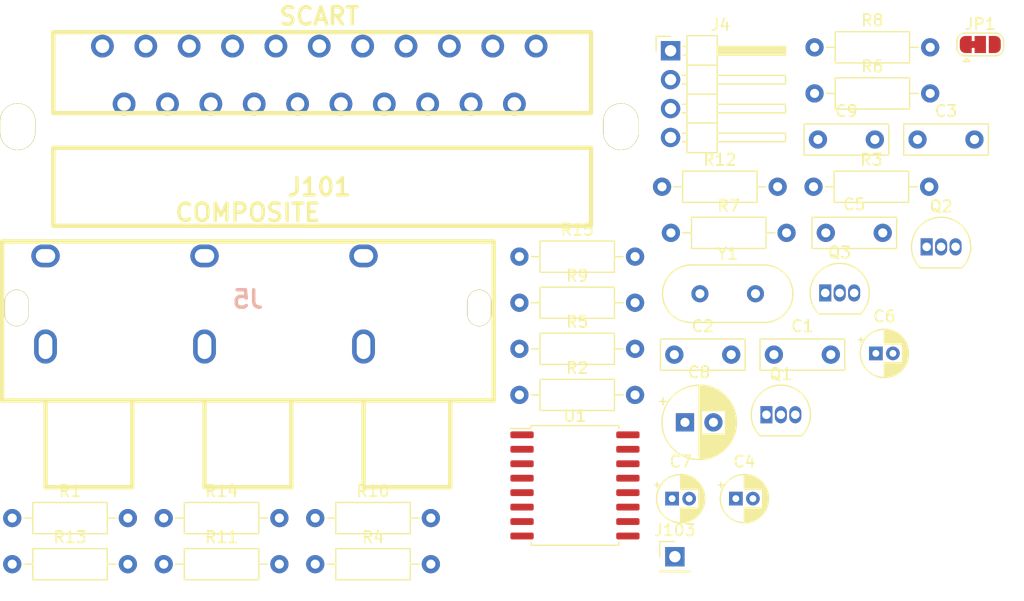
<source format=kicad_pcb>
(kicad_pcb (version 20171130) (host pcbnew "(5.1.2-1)-1")

  (general
    (thickness 1.6)
    (drawings 0)
    (tracks 0)
    (zones 0)
    (modules 34)
    (nets 27)
  )

  (page A4)
  (layers
    (0 F.Cu signal)
    (31 B.Cu signal)
    (32 B.Adhes user)
    (33 F.Adhes user)
    (34 B.Paste user)
    (35 F.Paste user)
    (36 B.SilkS user)
    (37 F.SilkS user)
    (38 B.Mask user)
    (39 F.Mask user)
    (40 Dwgs.User user)
    (41 Cmts.User user)
    (42 Eco1.User user)
    (43 Eco2.User user)
    (44 Edge.Cuts user)
    (45 Margin user)
    (46 B.CrtYd user)
    (47 F.CrtYd user)
    (48 B.Fab user)
    (49 F.Fab user)
  )

  (setup
    (last_trace_width 0.25)
    (trace_clearance 0.2)
    (zone_clearance 0.508)
    (zone_45_only no)
    (trace_min 0.2)
    (via_size 0.8)
    (via_drill 0.4)
    (via_min_size 0.4)
    (via_min_drill 0.3)
    (uvia_size 0.3)
    (uvia_drill 0.1)
    (uvias_allowed no)
    (uvia_min_size 0.2)
    (uvia_min_drill 0.1)
    (edge_width 0.05)
    (segment_width 0.2)
    (pcb_text_width 0.3)
    (pcb_text_size 1.5 1.5)
    (mod_edge_width 0.12)
    (mod_text_size 1 1)
    (mod_text_width 0.15)
    (pad_size 1.524 1.524)
    (pad_drill 0.762)
    (pad_to_mask_clearance 0.051)
    (solder_mask_min_width 0.25)
    (aux_axis_origin 0 0)
    (visible_elements FFFFFF7F)
    (pcbplotparams
      (layerselection 0x010fc_ffffffff)
      (usegerberextensions false)
      (usegerberattributes false)
      (usegerberadvancedattributes false)
      (creategerberjobfile false)
      (excludeedgelayer true)
      (linewidth 0.100000)
      (plotframeref false)
      (viasonmask false)
      (mode 1)
      (useauxorigin false)
      (hpglpennumber 1)
      (hpglpenspeed 20)
      (hpglpendiameter 15.000000)
      (psnegative false)
      (psa4output false)
      (plotreference true)
      (plotvalue true)
      (plotinvisibletext false)
      (padsonsilk false)
      (subtractmaskfromsilk false)
      (outputformat 1)
      (mirror false)
      (drillshape 1)
      (scaleselection 1)
      (outputdirectory ""))
  )

  (net 0 "")
  (net 1 /RED)
  (net 2 /R_AC)
  (net 3 /GREEN)
  (net 4 /G_AC)
  (net 5 /BLUE)
  (net 6 /B_AC)
  (net 7 /MIX_AC)
  (net 8 /MIX)
  (net 9 /COUT)
  (net 10 /C_AC)
  (net 11 /Y)
  (net 12 /Y_BIAS)
  (net 13 /SV_L)
  (net 14 /Y_BUF)
  (net 15 GND)
  (net 16 +5V)
  (net 17 /SV_C)
  (net 18 /CVBS)
  (net 19 /AUDIO)
  (net 20 /RGB)
  (net 21 "Net-(J103-Pad1)")
  (net 22 /~PAL)
  (net 23 /ZMIX)
  (net 24 /MIX_IN)
  (net 25 /BIAS)
  (net 26 /XTAL)

  (net_class Default "Esta es la clase de red por defecto."
    (clearance 0.2)
    (trace_width 0.25)
    (via_dia 0.8)
    (via_drill 0.4)
    (uvia_dia 0.3)
    (uvia_drill 0.1)
    (add_net +5V)
    (add_net /AUDIO)
    (add_net /BIAS)
    (add_net /BLUE)
    (add_net /B_AC)
    (add_net /COUT)
    (add_net /CVBS)
    (add_net /C_AC)
    (add_net /GREEN)
    (add_net /G_AC)
    (add_net /MIX)
    (add_net /MIX_AC)
    (add_net /MIX_IN)
    (add_net /RED)
    (add_net /RGB)
    (add_net /R_AC)
    (add_net /SV_C)
    (add_net /SV_L)
    (add_net /XTAL)
    (add_net /Y)
    (add_net /Y_BIAS)
    (add_net /Y_BUF)
    (add_net /ZMIX)
    (add_net /~PAL)
    (add_net GND)
    (add_net "Net-(J101-Pad1)")
    (add_net "Net-(J101-Pad10)")
    (add_net "Net-(J101-Pad12)")
    (add_net "Net-(J101-Pad19)")
    (add_net "Net-(J101-Pad3)")
    (add_net "Net-(J103-Pad1)")
    (add_net "Net-(U1-Pad10)")
    (add_net "Net-(U1-Pad11)")
  )

  (module Crystal:Crystal_HC49-4H_Vertical (layer F.Cu) (tedit 5A1AD3B7) (tstamp 6647EAC2)
    (at 145.265 52.435)
    (descr "Crystal THT HC-49-4H http://5hertz.com/pdfs/04404_D.pdf")
    (tags "THT crystalHC-49-4H")
    (path /6646B88B)
    (fp_text reference Y1 (at 2.44 -3.525) (layer F.SilkS)
      (effects (font (size 1 1) (thickness 0.15)))
    )
    (fp_text value "3.58 MHz (PAL=4.43)" (at 2.44 3.525) (layer F.Fab)
      (effects (font (size 1 1) (thickness 0.15)))
    )
    (fp_arc (start 5.64 0) (end 5.64 -2.525) (angle 180) (layer F.SilkS) (width 0.12))
    (fp_arc (start -0.76 0) (end -0.76 -2.525) (angle -180) (layer F.SilkS) (width 0.12))
    (fp_arc (start 5.44 0) (end 5.44 -2) (angle 180) (layer F.Fab) (width 0.1))
    (fp_arc (start -0.56 0) (end -0.56 -2) (angle -180) (layer F.Fab) (width 0.1))
    (fp_arc (start 5.64 0) (end 5.64 -2.325) (angle 180) (layer F.Fab) (width 0.1))
    (fp_arc (start -0.76 0) (end -0.76 -2.325) (angle -180) (layer F.Fab) (width 0.1))
    (fp_line (start 8.5 -2.8) (end -3.6 -2.8) (layer F.CrtYd) (width 0.05))
    (fp_line (start 8.5 2.8) (end 8.5 -2.8) (layer F.CrtYd) (width 0.05))
    (fp_line (start -3.6 2.8) (end 8.5 2.8) (layer F.CrtYd) (width 0.05))
    (fp_line (start -3.6 -2.8) (end -3.6 2.8) (layer F.CrtYd) (width 0.05))
    (fp_line (start -0.76 2.525) (end 5.64 2.525) (layer F.SilkS) (width 0.12))
    (fp_line (start -0.76 -2.525) (end 5.64 -2.525) (layer F.SilkS) (width 0.12))
    (fp_line (start -0.56 2) (end 5.44 2) (layer F.Fab) (width 0.1))
    (fp_line (start -0.56 -2) (end 5.44 -2) (layer F.Fab) (width 0.1))
    (fp_line (start -0.76 2.325) (end 5.64 2.325) (layer F.Fab) (width 0.1))
    (fp_line (start -0.76 -2.325) (end 5.64 -2.325) (layer F.Fab) (width 0.1))
    (fp_text user %R (at 2.44 0) (layer F.Fab)
      (effects (font (size 1 1) (thickness 0.15)))
    )
    (pad 2 thru_hole circle (at 4.88 0) (size 1.5 1.5) (drill 0.8) (layers *.Cu *.Mask)
      (net 15 GND))
    (pad 1 thru_hole circle (at 0 0) (size 1.5 1.5) (drill 0.8) (layers *.Cu *.Mask)
      (net 26 /XTAL))
    (model ${KISYS3DMOD}/Crystal.3dshapes/Crystal_HC49-4H_Vertical.wrl
      (at (xyz 0 0 0))
      (scale (xyz 1 1 1))
      (rotate (xyz 0 0 0))
    )
  )

  (module Package_SO:SOIC-16W_7.5x10.3mm_P1.27mm (layer F.Cu) (tedit 5C97300E) (tstamp 6647EAAB)
    (at 134.285 69.275)
    (descr "SOIC, 16 Pin (JEDEC MS-013AA, https://www.analog.com/media/en/package-pcb-resources/package/pkg_pdf/soic_wide-rw/rw_16.pdf), generated with kicad-footprint-generator ipc_gullwing_generator.py")
    (tags "SOIC SO")
    (path /6645EBCE)
    (attr smd)
    (fp_text reference U1 (at 0 -6.1) (layer F.SilkS)
      (effects (font (size 1 1) (thickness 0.15)))
    )
    (fp_text value AD724 (at 0 6.1) (layer F.Fab)
      (effects (font (size 1 1) (thickness 0.15)))
    )
    (fp_text user %R (at 0 0) (layer F.Fab)
      (effects (font (size 1 1) (thickness 0.15)))
    )
    (fp_line (start 5.93 -5.4) (end -5.93 -5.4) (layer F.CrtYd) (width 0.05))
    (fp_line (start 5.93 5.4) (end 5.93 -5.4) (layer F.CrtYd) (width 0.05))
    (fp_line (start -5.93 5.4) (end 5.93 5.4) (layer F.CrtYd) (width 0.05))
    (fp_line (start -5.93 -5.4) (end -5.93 5.4) (layer F.CrtYd) (width 0.05))
    (fp_line (start -3.75 -4.15) (end -2.75 -5.15) (layer F.Fab) (width 0.1))
    (fp_line (start -3.75 5.15) (end -3.75 -4.15) (layer F.Fab) (width 0.1))
    (fp_line (start 3.75 5.15) (end -3.75 5.15) (layer F.Fab) (width 0.1))
    (fp_line (start 3.75 -5.15) (end 3.75 5.15) (layer F.Fab) (width 0.1))
    (fp_line (start -2.75 -5.15) (end 3.75 -5.15) (layer F.Fab) (width 0.1))
    (fp_line (start -3.86 -5.005) (end -5.675 -5.005) (layer F.SilkS) (width 0.12))
    (fp_line (start -3.86 -5.26) (end -3.86 -5.005) (layer F.SilkS) (width 0.12))
    (fp_line (start 0 -5.26) (end -3.86 -5.26) (layer F.SilkS) (width 0.12))
    (fp_line (start 3.86 -5.26) (end 3.86 -5.005) (layer F.SilkS) (width 0.12))
    (fp_line (start 0 -5.26) (end 3.86 -5.26) (layer F.SilkS) (width 0.12))
    (fp_line (start -3.86 5.26) (end -3.86 5.005) (layer F.SilkS) (width 0.12))
    (fp_line (start 0 5.26) (end -3.86 5.26) (layer F.SilkS) (width 0.12))
    (fp_line (start 3.86 5.26) (end 3.86 5.005) (layer F.SilkS) (width 0.12))
    (fp_line (start 0 5.26) (end 3.86 5.26) (layer F.SilkS) (width 0.12))
    (pad 16 smd roundrect (at 4.65 -4.445) (size 2.05 0.6) (layers F.Cu F.Paste F.Mask) (roundrect_rratio 0.25)
      (net 21 "Net-(J103-Pad1)"))
    (pad 15 smd roundrect (at 4.65 -3.175) (size 2.05 0.6) (layers F.Cu F.Paste F.Mask) (roundrect_rratio 0.25)
      (net 16 +5V))
    (pad 14 smd roundrect (at 4.65 -1.905) (size 2.05 0.6) (layers F.Cu F.Paste F.Mask) (roundrect_rratio 0.25)
      (net 16 +5V))
    (pad 13 smd roundrect (at 4.65 -0.635) (size 2.05 0.6) (layers F.Cu F.Paste F.Mask) (roundrect_rratio 0.25)
      (net 15 GND))
    (pad 12 smd roundrect (at 4.65 0.635) (size 2.05 0.6) (layers F.Cu F.Paste F.Mask) (roundrect_rratio 0.25)
      (net 15 GND))
    (pad 11 smd roundrect (at 4.65 1.905) (size 2.05 0.6) (layers F.Cu F.Paste F.Mask) (roundrect_rratio 0.25))
    (pad 10 smd roundrect (at 4.65 3.175) (size 2.05 0.6) (layers F.Cu F.Paste F.Mask) (roundrect_rratio 0.25))
    (pad 9 smd roundrect (at 4.65 4.445) (size 2.05 0.6) (layers F.Cu F.Paste F.Mask) (roundrect_rratio 0.25)
      (net 9 /COUT))
    (pad 8 smd roundrect (at -4.65 4.445) (size 2.05 0.6) (layers F.Cu F.Paste F.Mask) (roundrect_rratio 0.25)
      (net 6 /B_AC))
    (pad 7 smd roundrect (at -4.65 3.175) (size 2.05 0.6) (layers F.Cu F.Paste F.Mask) (roundrect_rratio 0.25)
      (net 4 /G_AC))
    (pad 6 smd roundrect (at -4.65 1.905) (size 2.05 0.6) (layers F.Cu F.Paste F.Mask) (roundrect_rratio 0.25)
      (net 2 /R_AC))
    (pad 5 smd roundrect (at -4.65 0.635) (size 2.05 0.6) (layers F.Cu F.Paste F.Mask) (roundrect_rratio 0.25)
      (net 20 /RGB))
    (pad 4 smd roundrect (at -4.65 -0.635) (size 2.05 0.6) (layers F.Cu F.Paste F.Mask) (roundrect_rratio 0.25)
      (net 16 +5V))
    (pad 3 smd roundrect (at -4.65 -1.905) (size 2.05 0.6) (layers F.Cu F.Paste F.Mask) (roundrect_rratio 0.25)
      (net 26 /XTAL))
    (pad 2 smd roundrect (at -4.65 -3.175) (size 2.05 0.6) (layers F.Cu F.Paste F.Mask) (roundrect_rratio 0.25)
      (net 15 GND))
    (pad 1 smd roundrect (at -4.65 -4.445) (size 2.05 0.6) (layers F.Cu F.Paste F.Mask) (roundrect_rratio 0.25)
      (net 22 /~PAL))
    (model ${KISYS3DMOD}/Package_SO.3dshapes/SOIC-16W_7.5x10.3mm_P1.27mm.wrl
      (at (xyz 0 0 0))
      (scale (xyz 1 1 1))
      (rotate (xyz 0 0 0))
    )
  )

  (module Resistor_THT:R_Axial_DIN0207_L6.3mm_D2.5mm_P10.16mm_Horizontal (layer F.Cu) (tedit 5AE5139B) (tstamp 6647EA84)
    (at 129.405 49.175)
    (descr "Resistor, Axial_DIN0207 series, Axial, Horizontal, pin pitch=10.16mm, 0.25W = 1/4W, length*diameter=6.3*2.5mm^2, http://cdn-reichelt.de/documents/datenblatt/B400/1_4W%23YAG.pdf")
    (tags "Resistor Axial_DIN0207 series Axial Horizontal pin pitch 10.16mm 0.25W = 1/4W length 6.3mm diameter 2.5mm")
    (path /66495915)
    (fp_text reference R15 (at 5.08 -2.37) (layer F.SilkS)
      (effects (font (size 1 1) (thickness 0.15)))
    )
    (fp_text value 680 (at 5.08 2.37) (layer F.Fab)
      (effects (font (size 1 1) (thickness 0.15)))
    )
    (fp_text user %R (at 5.08 0) (layer F.Fab)
      (effects (font (size 1 1) (thickness 0.15)))
    )
    (fp_line (start 11.21 -1.5) (end -1.05 -1.5) (layer F.CrtYd) (width 0.05))
    (fp_line (start 11.21 1.5) (end 11.21 -1.5) (layer F.CrtYd) (width 0.05))
    (fp_line (start -1.05 1.5) (end 11.21 1.5) (layer F.CrtYd) (width 0.05))
    (fp_line (start -1.05 -1.5) (end -1.05 1.5) (layer F.CrtYd) (width 0.05))
    (fp_line (start 9.12 0) (end 8.35 0) (layer F.SilkS) (width 0.12))
    (fp_line (start 1.04 0) (end 1.81 0) (layer F.SilkS) (width 0.12))
    (fp_line (start 8.35 -1.37) (end 1.81 -1.37) (layer F.SilkS) (width 0.12))
    (fp_line (start 8.35 1.37) (end 8.35 -1.37) (layer F.SilkS) (width 0.12))
    (fp_line (start 1.81 1.37) (end 8.35 1.37) (layer F.SilkS) (width 0.12))
    (fp_line (start 1.81 -1.37) (end 1.81 1.37) (layer F.SilkS) (width 0.12))
    (fp_line (start 10.16 0) (end 8.23 0) (layer F.Fab) (width 0.1))
    (fp_line (start 0 0) (end 1.93 0) (layer F.Fab) (width 0.1))
    (fp_line (start 8.23 -1.25) (end 1.93 -1.25) (layer F.Fab) (width 0.1))
    (fp_line (start 8.23 1.25) (end 8.23 -1.25) (layer F.Fab) (width 0.1))
    (fp_line (start 1.93 1.25) (end 8.23 1.25) (layer F.Fab) (width 0.1))
    (fp_line (start 1.93 -1.25) (end 1.93 1.25) (layer F.Fab) (width 0.1))
    (pad 2 thru_hole oval (at 10.16 0) (size 1.6 1.6) (drill 0.8) (layers *.Cu *.Mask)
      (net 24 /MIX_IN))
    (pad 1 thru_hole circle (at 0 0) (size 1.6 1.6) (drill 0.8) (layers *.Cu *.Mask)
      (net 10 /C_AC))
    (model ${KISYS3DMOD}/Resistor_THT.3dshapes/R_Axial_DIN0207_L6.3mm_D2.5mm_P10.16mm_Horizontal.wrl
      (at (xyz 0 0 0))
      (scale (xyz 1 1 1))
      (rotate (xyz 0 0 0))
    )
  )

  (module Resistor_THT:R_Axial_DIN0207_L6.3mm_D2.5mm_P10.16mm_Horizontal (layer F.Cu) (tedit 5AE5139B) (tstamp 6647EA6D)
    (at 98.155 72.145)
    (descr "Resistor, Axial_DIN0207 series, Axial, Horizontal, pin pitch=10.16mm, 0.25W = 1/4W, length*diameter=6.3*2.5mm^2, http://cdn-reichelt.de/documents/datenblatt/B400/1_4W%23YAG.pdf")
    (tags "Resistor Axial_DIN0207 series Axial Horizontal pin pitch 10.16mm 0.25W = 1/4W length 6.3mm diameter 2.5mm")
    (path /66492C88)
    (fp_text reference R14 (at 5.08 -2.37) (layer F.SilkS)
      (effects (font (size 1 1) (thickness 0.15)))
    )
    (fp_text value 330 (at 5.08 2.37) (layer F.Fab)
      (effects (font (size 1 1) (thickness 0.15)))
    )
    (fp_text user %R (at 5.08 0) (layer F.Fab)
      (effects (font (size 1 1) (thickness 0.15)))
    )
    (fp_line (start 11.21 -1.5) (end -1.05 -1.5) (layer F.CrtYd) (width 0.05))
    (fp_line (start 11.21 1.5) (end 11.21 -1.5) (layer F.CrtYd) (width 0.05))
    (fp_line (start -1.05 1.5) (end 11.21 1.5) (layer F.CrtYd) (width 0.05))
    (fp_line (start -1.05 -1.5) (end -1.05 1.5) (layer F.CrtYd) (width 0.05))
    (fp_line (start 9.12 0) (end 8.35 0) (layer F.SilkS) (width 0.12))
    (fp_line (start 1.04 0) (end 1.81 0) (layer F.SilkS) (width 0.12))
    (fp_line (start 8.35 -1.37) (end 1.81 -1.37) (layer F.SilkS) (width 0.12))
    (fp_line (start 8.35 1.37) (end 8.35 -1.37) (layer F.SilkS) (width 0.12))
    (fp_line (start 1.81 1.37) (end 8.35 1.37) (layer F.SilkS) (width 0.12))
    (fp_line (start 1.81 -1.37) (end 1.81 1.37) (layer F.SilkS) (width 0.12))
    (fp_line (start 10.16 0) (end 8.23 0) (layer F.Fab) (width 0.1))
    (fp_line (start 0 0) (end 1.93 0) (layer F.Fab) (width 0.1))
    (fp_line (start 8.23 -1.25) (end 1.93 -1.25) (layer F.Fab) (width 0.1))
    (fp_line (start 8.23 1.25) (end 8.23 -1.25) (layer F.Fab) (width 0.1))
    (fp_line (start 1.93 1.25) (end 8.23 1.25) (layer F.Fab) (width 0.1))
    (fp_line (start 1.93 -1.25) (end 1.93 1.25) (layer F.Fab) (width 0.1))
    (pad 2 thru_hole oval (at 10.16 0) (size 1.6 1.6) (drill 0.8) (layers *.Cu *.Mask)
      (net 24 /MIX_IN))
    (pad 1 thru_hole circle (at 0 0) (size 1.6 1.6) (drill 0.8) (layers *.Cu *.Mask)
      (net 14 /Y_BUF))
    (model ${KISYS3DMOD}/Resistor_THT.3dshapes/R_Axial_DIN0207_L6.3mm_D2.5mm_P10.16mm_Horizontal.wrl
      (at (xyz 0 0 0))
      (scale (xyz 1 1 1))
      (rotate (xyz 0 0 0))
    )
  )

  (module Resistor_THT:R_Axial_DIN0207_L6.3mm_D2.5mm_P10.16mm_Horizontal (layer F.Cu) (tedit 5AE5139B) (tstamp 6647EA56)
    (at 84.845 76.195)
    (descr "Resistor, Axial_DIN0207 series, Axial, Horizontal, pin pitch=10.16mm, 0.25W = 1/4W, length*diameter=6.3*2.5mm^2, http://cdn-reichelt.de/documents/datenblatt/B400/1_4W%23YAG.pdf")
    (tags "Resistor Axial_DIN0207 series Axial Horizontal pin pitch 10.16mm 0.25W = 1/4W length 6.3mm diameter 2.5mm")
    (path /66471925)
    (fp_text reference R13 (at 5.08 -2.37) (layer F.SilkS)
      (effects (font (size 1 1) (thickness 0.15)))
    )
    (fp_text value 75 (at 5.08 2.37) (layer F.Fab)
      (effects (font (size 1 1) (thickness 0.15)))
    )
    (fp_text user %R (at 5.08 0) (layer F.Fab)
      (effects (font (size 1 1) (thickness 0.15)))
    )
    (fp_line (start 11.21 -1.5) (end -1.05 -1.5) (layer F.CrtYd) (width 0.05))
    (fp_line (start 11.21 1.5) (end 11.21 -1.5) (layer F.CrtYd) (width 0.05))
    (fp_line (start -1.05 1.5) (end 11.21 1.5) (layer F.CrtYd) (width 0.05))
    (fp_line (start -1.05 -1.5) (end -1.05 1.5) (layer F.CrtYd) (width 0.05))
    (fp_line (start 9.12 0) (end 8.35 0) (layer F.SilkS) (width 0.12))
    (fp_line (start 1.04 0) (end 1.81 0) (layer F.SilkS) (width 0.12))
    (fp_line (start 8.35 -1.37) (end 1.81 -1.37) (layer F.SilkS) (width 0.12))
    (fp_line (start 8.35 1.37) (end 8.35 -1.37) (layer F.SilkS) (width 0.12))
    (fp_line (start 1.81 1.37) (end 8.35 1.37) (layer F.SilkS) (width 0.12))
    (fp_line (start 1.81 -1.37) (end 1.81 1.37) (layer F.SilkS) (width 0.12))
    (fp_line (start 10.16 0) (end 8.23 0) (layer F.Fab) (width 0.1))
    (fp_line (start 0 0) (end 1.93 0) (layer F.Fab) (width 0.1))
    (fp_line (start 8.23 -1.25) (end 1.93 -1.25) (layer F.Fab) (width 0.1))
    (fp_line (start 8.23 1.25) (end 8.23 -1.25) (layer F.Fab) (width 0.1))
    (fp_line (start 1.93 1.25) (end 8.23 1.25) (layer F.Fab) (width 0.1))
    (fp_line (start 1.93 -1.25) (end 1.93 1.25) (layer F.Fab) (width 0.1))
    (pad 2 thru_hole oval (at 10.16 0) (size 1.6 1.6) (drill 0.8) (layers *.Cu *.Mask)
      (net 10 /C_AC))
    (pad 1 thru_hole circle (at 0 0) (size 1.6 1.6) (drill 0.8) (layers *.Cu *.Mask)
      (net 17 /SV_C))
    (model ${KISYS3DMOD}/Resistor_THT.3dshapes/R_Axial_DIN0207_L6.3mm_D2.5mm_P10.16mm_Horizontal.wrl
      (at (xyz 0 0 0))
      (scale (xyz 1 1 1))
      (rotate (xyz 0 0 0))
    )
  )

  (module Resistor_THT:R_Axial_DIN0207_L6.3mm_D2.5mm_P10.16mm_Horizontal (layer F.Cu) (tedit 5AE5139B) (tstamp 6647EA3F)
    (at 141.935 43.035)
    (descr "Resistor, Axial_DIN0207 series, Axial, Horizontal, pin pitch=10.16mm, 0.25W = 1/4W, length*diameter=6.3*2.5mm^2, http://cdn-reichelt.de/documents/datenblatt/B400/1_4W%23YAG.pdf")
    (tags "Resistor Axial_DIN0207 series Axial Horizontal pin pitch 10.16mm 0.25W = 1/4W length 6.3mm diameter 2.5mm")
    (path /6649E459)
    (fp_text reference R12 (at 5.08 -2.37) (layer F.SilkS)
      (effects (font (size 1 1) (thickness 0.15)))
    )
    (fp_text value 75 (at 5.08 2.37) (layer F.Fab)
      (effects (font (size 1 1) (thickness 0.15)))
    )
    (fp_text user %R (at 5.08 0) (layer F.Fab)
      (effects (font (size 1 1) (thickness 0.15)))
    )
    (fp_line (start 11.21 -1.5) (end -1.05 -1.5) (layer F.CrtYd) (width 0.05))
    (fp_line (start 11.21 1.5) (end 11.21 -1.5) (layer F.CrtYd) (width 0.05))
    (fp_line (start -1.05 1.5) (end 11.21 1.5) (layer F.CrtYd) (width 0.05))
    (fp_line (start -1.05 -1.5) (end -1.05 1.5) (layer F.CrtYd) (width 0.05))
    (fp_line (start 9.12 0) (end 8.35 0) (layer F.SilkS) (width 0.12))
    (fp_line (start 1.04 0) (end 1.81 0) (layer F.SilkS) (width 0.12))
    (fp_line (start 8.35 -1.37) (end 1.81 -1.37) (layer F.SilkS) (width 0.12))
    (fp_line (start 8.35 1.37) (end 8.35 -1.37) (layer F.SilkS) (width 0.12))
    (fp_line (start 1.81 1.37) (end 8.35 1.37) (layer F.SilkS) (width 0.12))
    (fp_line (start 1.81 -1.37) (end 1.81 1.37) (layer F.SilkS) (width 0.12))
    (fp_line (start 10.16 0) (end 8.23 0) (layer F.Fab) (width 0.1))
    (fp_line (start 0 0) (end 1.93 0) (layer F.Fab) (width 0.1))
    (fp_line (start 8.23 -1.25) (end 1.93 -1.25) (layer F.Fab) (width 0.1))
    (fp_line (start 8.23 1.25) (end 8.23 -1.25) (layer F.Fab) (width 0.1))
    (fp_line (start 1.93 1.25) (end 8.23 1.25) (layer F.Fab) (width 0.1))
    (fp_line (start 1.93 -1.25) (end 1.93 1.25) (layer F.Fab) (width 0.1))
    (pad 2 thru_hole oval (at 10.16 0) (size 1.6 1.6) (drill 0.8) (layers *.Cu *.Mask)
      (net 15 GND))
    (pad 1 thru_hole circle (at 0 0) (size 1.6 1.6) (drill 0.8) (layers *.Cu *.Mask)
      (net 5 /BLUE))
    (model ${KISYS3DMOD}/Resistor_THT.3dshapes/R_Axial_DIN0207_L6.3mm_D2.5mm_P10.16mm_Horizontal.wrl
      (at (xyz 0 0 0))
      (scale (xyz 1 1 1))
      (rotate (xyz 0 0 0))
    )
  )

  (module Resistor_THT:R_Axial_DIN0207_L6.3mm_D2.5mm_P10.16mm_Horizontal (layer F.Cu) (tedit 5AE5139B) (tstamp 6647EA28)
    (at 98.155 76.195)
    (descr "Resistor, Axial_DIN0207 series, Axial, Horizontal, pin pitch=10.16mm, 0.25W = 1/4W, length*diameter=6.3*2.5mm^2, http://cdn-reichelt.de/documents/datenblatt/B400/1_4W%23YAG.pdf")
    (tags "Resistor Axial_DIN0207 series Axial Horizontal pin pitch 10.16mm 0.25W = 1/4W length 6.3mm diameter 2.5mm")
    (path /6649E01A)
    (fp_text reference R11 (at 5.08 -2.37) (layer F.SilkS)
      (effects (font (size 1 1) (thickness 0.15)))
    )
    (fp_text value 75 (at 5.08 2.37) (layer F.Fab)
      (effects (font (size 1 1) (thickness 0.15)))
    )
    (fp_text user %R (at 5.08 0) (layer F.Fab)
      (effects (font (size 1 1) (thickness 0.15)))
    )
    (fp_line (start 11.21 -1.5) (end -1.05 -1.5) (layer F.CrtYd) (width 0.05))
    (fp_line (start 11.21 1.5) (end 11.21 -1.5) (layer F.CrtYd) (width 0.05))
    (fp_line (start -1.05 1.5) (end 11.21 1.5) (layer F.CrtYd) (width 0.05))
    (fp_line (start -1.05 -1.5) (end -1.05 1.5) (layer F.CrtYd) (width 0.05))
    (fp_line (start 9.12 0) (end 8.35 0) (layer F.SilkS) (width 0.12))
    (fp_line (start 1.04 0) (end 1.81 0) (layer F.SilkS) (width 0.12))
    (fp_line (start 8.35 -1.37) (end 1.81 -1.37) (layer F.SilkS) (width 0.12))
    (fp_line (start 8.35 1.37) (end 8.35 -1.37) (layer F.SilkS) (width 0.12))
    (fp_line (start 1.81 1.37) (end 8.35 1.37) (layer F.SilkS) (width 0.12))
    (fp_line (start 1.81 -1.37) (end 1.81 1.37) (layer F.SilkS) (width 0.12))
    (fp_line (start 10.16 0) (end 8.23 0) (layer F.Fab) (width 0.1))
    (fp_line (start 0 0) (end 1.93 0) (layer F.Fab) (width 0.1))
    (fp_line (start 8.23 -1.25) (end 1.93 -1.25) (layer F.Fab) (width 0.1))
    (fp_line (start 8.23 1.25) (end 8.23 -1.25) (layer F.Fab) (width 0.1))
    (fp_line (start 1.93 1.25) (end 8.23 1.25) (layer F.Fab) (width 0.1))
    (fp_line (start 1.93 -1.25) (end 1.93 1.25) (layer F.Fab) (width 0.1))
    (pad 2 thru_hole oval (at 10.16 0) (size 1.6 1.6) (drill 0.8) (layers *.Cu *.Mask)
      (net 15 GND))
    (pad 1 thru_hole circle (at 0 0) (size 1.6 1.6) (drill 0.8) (layers *.Cu *.Mask)
      (net 3 /GREEN))
    (model ${KISYS3DMOD}/Resistor_THT.3dshapes/R_Axial_DIN0207_L6.3mm_D2.5mm_P10.16mm_Horizontal.wrl
      (at (xyz 0 0 0))
      (scale (xyz 1 1 1))
      (rotate (xyz 0 0 0))
    )
  )

  (module Resistor_THT:R_Axial_DIN0207_L6.3mm_D2.5mm_P10.16mm_Horizontal (layer F.Cu) (tedit 5AE5139B) (tstamp 6647EA11)
    (at 111.465 72.145)
    (descr "Resistor, Axial_DIN0207 series, Axial, Horizontal, pin pitch=10.16mm, 0.25W = 1/4W, length*diameter=6.3*2.5mm^2, http://cdn-reichelt.de/documents/datenblatt/B400/1_4W%23YAG.pdf")
    (tags "Resistor Axial_DIN0207 series Axial Horizontal pin pitch 10.16mm 0.25W = 1/4W length 6.3mm diameter 2.5mm")
    (path /6649BFBE)
    (fp_text reference R10 (at 5.08 -2.37) (layer F.SilkS)
      (effects (font (size 1 1) (thickness 0.15)))
    )
    (fp_text value 75 (at 5.08 2.37) (layer F.Fab)
      (effects (font (size 1 1) (thickness 0.15)))
    )
    (fp_text user %R (at 5.08 0) (layer F.Fab)
      (effects (font (size 1 1) (thickness 0.15)))
    )
    (fp_line (start 11.21 -1.5) (end -1.05 -1.5) (layer F.CrtYd) (width 0.05))
    (fp_line (start 11.21 1.5) (end 11.21 -1.5) (layer F.CrtYd) (width 0.05))
    (fp_line (start -1.05 1.5) (end 11.21 1.5) (layer F.CrtYd) (width 0.05))
    (fp_line (start -1.05 -1.5) (end -1.05 1.5) (layer F.CrtYd) (width 0.05))
    (fp_line (start 9.12 0) (end 8.35 0) (layer F.SilkS) (width 0.12))
    (fp_line (start 1.04 0) (end 1.81 0) (layer F.SilkS) (width 0.12))
    (fp_line (start 8.35 -1.37) (end 1.81 -1.37) (layer F.SilkS) (width 0.12))
    (fp_line (start 8.35 1.37) (end 8.35 -1.37) (layer F.SilkS) (width 0.12))
    (fp_line (start 1.81 1.37) (end 8.35 1.37) (layer F.SilkS) (width 0.12))
    (fp_line (start 1.81 -1.37) (end 1.81 1.37) (layer F.SilkS) (width 0.12))
    (fp_line (start 10.16 0) (end 8.23 0) (layer F.Fab) (width 0.1))
    (fp_line (start 0 0) (end 1.93 0) (layer F.Fab) (width 0.1))
    (fp_line (start 8.23 -1.25) (end 1.93 -1.25) (layer F.Fab) (width 0.1))
    (fp_line (start 8.23 1.25) (end 8.23 -1.25) (layer F.Fab) (width 0.1))
    (fp_line (start 1.93 1.25) (end 8.23 1.25) (layer F.Fab) (width 0.1))
    (fp_line (start 1.93 -1.25) (end 1.93 1.25) (layer F.Fab) (width 0.1))
    (pad 2 thru_hole oval (at 10.16 0) (size 1.6 1.6) (drill 0.8) (layers *.Cu *.Mask)
      (net 15 GND))
    (pad 1 thru_hole circle (at 0 0) (size 1.6 1.6) (drill 0.8) (layers *.Cu *.Mask)
      (net 1 /RED))
    (model ${KISYS3DMOD}/Resistor_THT.3dshapes/R_Axial_DIN0207_L6.3mm_D2.5mm_P10.16mm_Horizontal.wrl
      (at (xyz 0 0 0))
      (scale (xyz 1 1 1))
      (rotate (xyz 0 0 0))
    )
  )

  (module Resistor_THT:R_Axial_DIN0207_L6.3mm_D2.5mm_P10.16mm_Horizontal (layer F.Cu) (tedit 5AE5139B) (tstamp 6647E9FA)
    (at 129.405 53.225)
    (descr "Resistor, Axial_DIN0207 series, Axial, Horizontal, pin pitch=10.16mm, 0.25W = 1/4W, length*diameter=6.3*2.5mm^2, http://cdn-reichelt.de/documents/datenblatt/B400/1_4W%23YAG.pdf")
    (tags "Resistor Axial_DIN0207 series Axial Horizontal pin pitch 10.16mm 0.25W = 1/4W length 6.3mm diameter 2.5mm")
    (path /66498DE9)
    (fp_text reference R9 (at 5.08 -2.37) (layer F.SilkS)
      (effects (font (size 1 1) (thickness 0.15)))
    )
    (fp_text value 75 (at 5.08 2.37) (layer F.Fab)
      (effects (font (size 1 1) (thickness 0.15)))
    )
    (fp_text user %R (at 5.08 0) (layer F.Fab)
      (effects (font (size 1 1) (thickness 0.15)))
    )
    (fp_line (start 11.21 -1.5) (end -1.05 -1.5) (layer F.CrtYd) (width 0.05))
    (fp_line (start 11.21 1.5) (end 11.21 -1.5) (layer F.CrtYd) (width 0.05))
    (fp_line (start -1.05 1.5) (end 11.21 1.5) (layer F.CrtYd) (width 0.05))
    (fp_line (start -1.05 -1.5) (end -1.05 1.5) (layer F.CrtYd) (width 0.05))
    (fp_line (start 9.12 0) (end 8.35 0) (layer F.SilkS) (width 0.12))
    (fp_line (start 1.04 0) (end 1.81 0) (layer F.SilkS) (width 0.12))
    (fp_line (start 8.35 -1.37) (end 1.81 -1.37) (layer F.SilkS) (width 0.12))
    (fp_line (start 8.35 1.37) (end 8.35 -1.37) (layer F.SilkS) (width 0.12))
    (fp_line (start 1.81 1.37) (end 8.35 1.37) (layer F.SilkS) (width 0.12))
    (fp_line (start 1.81 -1.37) (end 1.81 1.37) (layer F.SilkS) (width 0.12))
    (fp_line (start 10.16 0) (end 8.23 0) (layer F.Fab) (width 0.1))
    (fp_line (start 0 0) (end 1.93 0) (layer F.Fab) (width 0.1))
    (fp_line (start 8.23 -1.25) (end 1.93 -1.25) (layer F.Fab) (width 0.1))
    (fp_line (start 8.23 1.25) (end 8.23 -1.25) (layer F.Fab) (width 0.1))
    (fp_line (start 1.93 1.25) (end 8.23 1.25) (layer F.Fab) (width 0.1))
    (fp_line (start 1.93 -1.25) (end 1.93 1.25) (layer F.Fab) (width 0.1))
    (pad 2 thru_hole oval (at 10.16 0) (size 1.6 1.6) (drill 0.8) (layers *.Cu *.Mask)
      (net 7 /MIX_AC))
    (pad 1 thru_hole circle (at 0 0) (size 1.6 1.6) (drill 0.8) (layers *.Cu *.Mask)
      (net 18 /CVBS))
    (model ${KISYS3DMOD}/Resistor_THT.3dshapes/R_Axial_DIN0207_L6.3mm_D2.5mm_P10.16mm_Horizontal.wrl
      (at (xyz 0 0 0))
      (scale (xyz 1 1 1))
      (rotate (xyz 0 0 0))
    )
  )

  (module Resistor_THT:R_Axial_DIN0207_L6.3mm_D2.5mm_P10.16mm_Horizontal (layer F.Cu) (tedit 5AE5139B) (tstamp 6647E9E3)
    (at 155.335 30.785)
    (descr "Resistor, Axial_DIN0207 series, Axial, Horizontal, pin pitch=10.16mm, 0.25W = 1/4W, length*diameter=6.3*2.5mm^2, http://cdn-reichelt.de/documents/datenblatt/B400/1_4W%23YAG.pdf")
    (tags "Resistor Axial_DIN0207 series Axial Horizontal pin pitch 10.16mm 0.25W = 1/4W length 6.3mm diameter 2.5mm")
    (path /6648F445)
    (fp_text reference R8 (at 5.08 -2.37) (layer F.SilkS)
      (effects (font (size 1 1) (thickness 0.15)))
    )
    (fp_text value 330 (at 5.08 2.37) (layer F.Fab)
      (effects (font (size 1 1) (thickness 0.15)))
    )
    (fp_text user %R (at 5.08 0) (layer F.Fab)
      (effects (font (size 1 1) (thickness 0.15)))
    )
    (fp_line (start 11.21 -1.5) (end -1.05 -1.5) (layer F.CrtYd) (width 0.05))
    (fp_line (start 11.21 1.5) (end 11.21 -1.5) (layer F.CrtYd) (width 0.05))
    (fp_line (start -1.05 1.5) (end 11.21 1.5) (layer F.CrtYd) (width 0.05))
    (fp_line (start -1.05 -1.5) (end -1.05 1.5) (layer F.CrtYd) (width 0.05))
    (fp_line (start 9.12 0) (end 8.35 0) (layer F.SilkS) (width 0.12))
    (fp_line (start 1.04 0) (end 1.81 0) (layer F.SilkS) (width 0.12))
    (fp_line (start 8.35 -1.37) (end 1.81 -1.37) (layer F.SilkS) (width 0.12))
    (fp_line (start 8.35 1.37) (end 8.35 -1.37) (layer F.SilkS) (width 0.12))
    (fp_line (start 1.81 1.37) (end 8.35 1.37) (layer F.SilkS) (width 0.12))
    (fp_line (start 1.81 -1.37) (end 1.81 1.37) (layer F.SilkS) (width 0.12))
    (fp_line (start 10.16 0) (end 8.23 0) (layer F.Fab) (width 0.1))
    (fp_line (start 0 0) (end 1.93 0) (layer F.Fab) (width 0.1))
    (fp_line (start 8.23 -1.25) (end 1.93 -1.25) (layer F.Fab) (width 0.1))
    (fp_line (start 8.23 1.25) (end 8.23 -1.25) (layer F.Fab) (width 0.1))
    (fp_line (start 1.93 1.25) (end 8.23 1.25) (layer F.Fab) (width 0.1))
    (fp_line (start 1.93 -1.25) (end 1.93 1.25) (layer F.Fab) (width 0.1))
    (pad 2 thru_hole oval (at 10.16 0) (size 1.6 1.6) (drill 0.8) (layers *.Cu *.Mask)
      (net 15 GND))
    (pad 1 thru_hole circle (at 0 0) (size 1.6 1.6) (drill 0.8) (layers *.Cu *.Mask)
      (net 8 /MIX))
    (model ${KISYS3DMOD}/Resistor_THT.3dshapes/R_Axial_DIN0207_L6.3mm_D2.5mm_P10.16mm_Horizontal.wrl
      (at (xyz 0 0 0))
      (scale (xyz 1 1 1))
      (rotate (xyz 0 0 0))
    )
  )

  (module Resistor_THT:R_Axial_DIN0207_L6.3mm_D2.5mm_P10.16mm_Horizontal (layer F.Cu) (tedit 5AE5139B) (tstamp 6647E9CC)
    (at 142.715 47.085)
    (descr "Resistor, Axial_DIN0207 series, Axial, Horizontal, pin pitch=10.16mm, 0.25W = 1/4W, length*diameter=6.3*2.5mm^2, http://cdn-reichelt.de/documents/datenblatt/B400/1_4W%23YAG.pdf")
    (tags "Resistor Axial_DIN0207 series Axial Horizontal pin pitch 10.16mm 0.25W = 1/4W length 6.3mm diameter 2.5mm")
    (path /6648DF87)
    (fp_text reference R7 (at 5.08 -2.37) (layer F.SilkS)
      (effects (font (size 1 1) (thickness 0.15)))
    )
    (fp_text value 180 (at 5.08 2.37) (layer F.Fab)
      (effects (font (size 1 1) (thickness 0.15)))
    )
    (fp_text user %R (at 5.08 0) (layer F.Fab)
      (effects (font (size 1 1) (thickness 0.15)))
    )
    (fp_line (start 11.21 -1.5) (end -1.05 -1.5) (layer F.CrtYd) (width 0.05))
    (fp_line (start 11.21 1.5) (end 11.21 -1.5) (layer F.CrtYd) (width 0.05))
    (fp_line (start -1.05 1.5) (end 11.21 1.5) (layer F.CrtYd) (width 0.05))
    (fp_line (start -1.05 -1.5) (end -1.05 1.5) (layer F.CrtYd) (width 0.05))
    (fp_line (start 9.12 0) (end 8.35 0) (layer F.SilkS) (width 0.12))
    (fp_line (start 1.04 0) (end 1.81 0) (layer F.SilkS) (width 0.12))
    (fp_line (start 8.35 -1.37) (end 1.81 -1.37) (layer F.SilkS) (width 0.12))
    (fp_line (start 8.35 1.37) (end 8.35 -1.37) (layer F.SilkS) (width 0.12))
    (fp_line (start 1.81 1.37) (end 8.35 1.37) (layer F.SilkS) (width 0.12))
    (fp_line (start 1.81 -1.37) (end 1.81 1.37) (layer F.SilkS) (width 0.12))
    (fp_line (start 10.16 0) (end 8.23 0) (layer F.Fab) (width 0.1))
    (fp_line (start 0 0) (end 1.93 0) (layer F.Fab) (width 0.1))
    (fp_line (start 8.23 -1.25) (end 1.93 -1.25) (layer F.Fab) (width 0.1))
    (fp_line (start 8.23 1.25) (end 8.23 -1.25) (layer F.Fab) (width 0.1))
    (fp_line (start 1.93 1.25) (end 8.23 1.25) (layer F.Fab) (width 0.1))
    (fp_line (start 1.93 -1.25) (end 1.93 1.25) (layer F.Fab) (width 0.1))
    (pad 2 thru_hole oval (at 10.16 0) (size 1.6 1.6) (drill 0.8) (layers *.Cu *.Mask)
      (net 15 GND))
    (pad 1 thru_hole circle (at 0 0) (size 1.6 1.6) (drill 0.8) (layers *.Cu *.Mask)
      (net 24 /MIX_IN))
    (model ${KISYS3DMOD}/Resistor_THT.3dshapes/R_Axial_DIN0207_L6.3mm_D2.5mm_P10.16mm_Horizontal.wrl
      (at (xyz 0 0 0))
      (scale (xyz 1 1 1))
      (rotate (xyz 0 0 0))
    )
  )

  (module Resistor_THT:R_Axial_DIN0207_L6.3mm_D2.5mm_P10.16mm_Horizontal (layer F.Cu) (tedit 5AE5139B) (tstamp 6647E9B5)
    (at 155.335 34.835)
    (descr "Resistor, Axial_DIN0207 series, Axial, Horizontal, pin pitch=10.16mm, 0.25W = 1/4W, length*diameter=6.3*2.5mm^2, http://cdn-reichelt.de/documents/datenblatt/B400/1_4W%23YAG.pdf")
    (tags "Resistor Axial_DIN0207 series Axial Horizontal pin pitch 10.16mm 0.25W = 1/4W length 6.3mm diameter 2.5mm")
    (path /6648A036)
    (fp_text reference R6 (at 5.08 -2.37) (layer F.SilkS)
      (effects (font (size 1 1) (thickness 0.15)))
    )
    (fp_text value 680 (at 5.08 2.37) (layer F.Fab)
      (effects (font (size 1 1) (thickness 0.15)))
    )
    (fp_text user %R (at 5.08 0) (layer F.Fab)
      (effects (font (size 1 1) (thickness 0.15)))
    )
    (fp_line (start 11.21 -1.5) (end -1.05 -1.5) (layer F.CrtYd) (width 0.05))
    (fp_line (start 11.21 1.5) (end 11.21 -1.5) (layer F.CrtYd) (width 0.05))
    (fp_line (start -1.05 1.5) (end 11.21 1.5) (layer F.CrtYd) (width 0.05))
    (fp_line (start -1.05 -1.5) (end -1.05 1.5) (layer F.CrtYd) (width 0.05))
    (fp_line (start 9.12 0) (end 8.35 0) (layer F.SilkS) (width 0.12))
    (fp_line (start 1.04 0) (end 1.81 0) (layer F.SilkS) (width 0.12))
    (fp_line (start 8.35 -1.37) (end 1.81 -1.37) (layer F.SilkS) (width 0.12))
    (fp_line (start 8.35 1.37) (end 8.35 -1.37) (layer F.SilkS) (width 0.12))
    (fp_line (start 1.81 1.37) (end 8.35 1.37) (layer F.SilkS) (width 0.12))
    (fp_line (start 1.81 -1.37) (end 1.81 1.37) (layer F.SilkS) (width 0.12))
    (fp_line (start 10.16 0) (end 8.23 0) (layer F.Fab) (width 0.1))
    (fp_line (start 0 0) (end 1.93 0) (layer F.Fab) (width 0.1))
    (fp_line (start 8.23 -1.25) (end 1.93 -1.25) (layer F.Fab) (width 0.1))
    (fp_line (start 8.23 1.25) (end 8.23 -1.25) (layer F.Fab) (width 0.1))
    (fp_line (start 1.93 1.25) (end 8.23 1.25) (layer F.Fab) (width 0.1))
    (fp_line (start 1.93 -1.25) (end 1.93 1.25) (layer F.Fab) (width 0.1))
    (pad 2 thru_hole oval (at 10.16 0) (size 1.6 1.6) (drill 0.8) (layers *.Cu *.Mask)
      (net 23 /ZMIX))
    (pad 1 thru_hole circle (at 0 0) (size 1.6 1.6) (drill 0.8) (layers *.Cu *.Mask)
      (net 16 +5V))
    (model ${KISYS3DMOD}/Resistor_THT.3dshapes/R_Axial_DIN0207_L6.3mm_D2.5mm_P10.16mm_Horizontal.wrl
      (at (xyz 0 0 0))
      (scale (xyz 1 1 1))
      (rotate (xyz 0 0 0))
    )
  )

  (module Resistor_THT:R_Axial_DIN0207_L6.3mm_D2.5mm_P10.16mm_Horizontal (layer F.Cu) (tedit 5AE5139B) (tstamp 6647E99E)
    (at 129.405 57.275)
    (descr "Resistor, Axial_DIN0207 series, Axial, Horizontal, pin pitch=10.16mm, 0.25W = 1/4W, length*diameter=6.3*2.5mm^2, http://cdn-reichelt.de/documents/datenblatt/B400/1_4W%23YAG.pdf")
    (tags "Resistor Axial_DIN0207 series Axial Horizontal pin pitch 10.16mm 0.25W = 1/4W length 6.3mm diameter 2.5mm")
    (path /66488335)
    (fp_text reference R5 (at 5.08 -2.37) (layer F.SilkS)
      (effects (font (size 1 1) (thickness 0.15)))
    )
    (fp_text value 3K3 (at 5.08 2.37) (layer F.Fab)
      (effects (font (size 1 1) (thickness 0.15)))
    )
    (fp_text user %R (at 5.08 0) (layer F.Fab)
      (effects (font (size 1 1) (thickness 0.15)))
    )
    (fp_line (start 11.21 -1.5) (end -1.05 -1.5) (layer F.CrtYd) (width 0.05))
    (fp_line (start 11.21 1.5) (end 11.21 -1.5) (layer F.CrtYd) (width 0.05))
    (fp_line (start -1.05 1.5) (end 11.21 1.5) (layer F.CrtYd) (width 0.05))
    (fp_line (start -1.05 -1.5) (end -1.05 1.5) (layer F.CrtYd) (width 0.05))
    (fp_line (start 9.12 0) (end 8.35 0) (layer F.SilkS) (width 0.12))
    (fp_line (start 1.04 0) (end 1.81 0) (layer F.SilkS) (width 0.12))
    (fp_line (start 8.35 -1.37) (end 1.81 -1.37) (layer F.SilkS) (width 0.12))
    (fp_line (start 8.35 1.37) (end 8.35 -1.37) (layer F.SilkS) (width 0.12))
    (fp_line (start 1.81 1.37) (end 8.35 1.37) (layer F.SilkS) (width 0.12))
    (fp_line (start 1.81 -1.37) (end 1.81 1.37) (layer F.SilkS) (width 0.12))
    (fp_line (start 10.16 0) (end 8.23 0) (layer F.Fab) (width 0.1))
    (fp_line (start 0 0) (end 1.93 0) (layer F.Fab) (width 0.1))
    (fp_line (start 8.23 -1.25) (end 1.93 -1.25) (layer F.Fab) (width 0.1))
    (fp_line (start 8.23 1.25) (end 8.23 -1.25) (layer F.Fab) (width 0.1))
    (fp_line (start 1.93 1.25) (end 8.23 1.25) (layer F.Fab) (width 0.1))
    (fp_line (start 1.93 -1.25) (end 1.93 1.25) (layer F.Fab) (width 0.1))
    (pad 2 thru_hole oval (at 10.16 0) (size 1.6 1.6) (drill 0.8) (layers *.Cu *.Mask)
      (net 15 GND))
    (pad 1 thru_hole circle (at 0 0) (size 1.6 1.6) (drill 0.8) (layers *.Cu *.Mask)
      (net 25 /BIAS))
    (model ${KISYS3DMOD}/Resistor_THT.3dshapes/R_Axial_DIN0207_L6.3mm_D2.5mm_P10.16mm_Horizontal.wrl
      (at (xyz 0 0 0))
      (scale (xyz 1 1 1))
      (rotate (xyz 0 0 0))
    )
  )

  (module Resistor_THT:R_Axial_DIN0207_L6.3mm_D2.5mm_P10.16mm_Horizontal (layer F.Cu) (tedit 5AE5139B) (tstamp 6647E987)
    (at 111.465 76.195)
    (descr "Resistor, Axial_DIN0207 series, Axial, Horizontal, pin pitch=10.16mm, 0.25W = 1/4W, length*diameter=6.3*2.5mm^2, http://cdn-reichelt.de/documents/datenblatt/B400/1_4W%23YAG.pdf")
    (tags "Resistor Axial_DIN0207 series Axial Horizontal pin pitch 10.16mm 0.25W = 1/4W length 6.3mm diameter 2.5mm")
    (path /66487800)
    (fp_text reference R4 (at 5.08 -2.37) (layer F.SilkS)
      (effects (font (size 1 1) (thickness 0.15)))
    )
    (fp_text value 6K8 (at 5.08 2.37) (layer F.Fab)
      (effects (font (size 1 1) (thickness 0.15)))
    )
    (fp_text user %R (at 5.08 0) (layer F.Fab)
      (effects (font (size 1 1) (thickness 0.15)))
    )
    (fp_line (start 11.21 -1.5) (end -1.05 -1.5) (layer F.CrtYd) (width 0.05))
    (fp_line (start 11.21 1.5) (end 11.21 -1.5) (layer F.CrtYd) (width 0.05))
    (fp_line (start -1.05 1.5) (end 11.21 1.5) (layer F.CrtYd) (width 0.05))
    (fp_line (start -1.05 -1.5) (end -1.05 1.5) (layer F.CrtYd) (width 0.05))
    (fp_line (start 9.12 0) (end 8.35 0) (layer F.SilkS) (width 0.12))
    (fp_line (start 1.04 0) (end 1.81 0) (layer F.SilkS) (width 0.12))
    (fp_line (start 8.35 -1.37) (end 1.81 -1.37) (layer F.SilkS) (width 0.12))
    (fp_line (start 8.35 1.37) (end 8.35 -1.37) (layer F.SilkS) (width 0.12))
    (fp_line (start 1.81 1.37) (end 8.35 1.37) (layer F.SilkS) (width 0.12))
    (fp_line (start 1.81 -1.37) (end 1.81 1.37) (layer F.SilkS) (width 0.12))
    (fp_line (start 10.16 0) (end 8.23 0) (layer F.Fab) (width 0.1))
    (fp_line (start 0 0) (end 1.93 0) (layer F.Fab) (width 0.1))
    (fp_line (start 8.23 -1.25) (end 1.93 -1.25) (layer F.Fab) (width 0.1))
    (fp_line (start 8.23 1.25) (end 8.23 -1.25) (layer F.Fab) (width 0.1))
    (fp_line (start 1.93 1.25) (end 8.23 1.25) (layer F.Fab) (width 0.1))
    (fp_line (start 1.93 -1.25) (end 1.93 1.25) (layer F.Fab) (width 0.1))
    (pad 2 thru_hole oval (at 10.16 0) (size 1.6 1.6) (drill 0.8) (layers *.Cu *.Mask)
      (net 25 /BIAS))
    (pad 1 thru_hole circle (at 0 0) (size 1.6 1.6) (drill 0.8) (layers *.Cu *.Mask)
      (net 16 +5V))
    (model ${KISYS3DMOD}/Resistor_THT.3dshapes/R_Axial_DIN0207_L6.3mm_D2.5mm_P10.16mm_Horizontal.wrl
      (at (xyz 0 0 0))
      (scale (xyz 1 1 1))
      (rotate (xyz 0 0 0))
    )
  )

  (module Resistor_THT:R_Axial_DIN0207_L6.3mm_D2.5mm_P10.16mm_Horizontal (layer F.Cu) (tedit 5AE5139B) (tstamp 6647E970)
    (at 155.245 43.035)
    (descr "Resistor, Axial_DIN0207 series, Axial, Horizontal, pin pitch=10.16mm, 0.25W = 1/4W, length*diameter=6.3*2.5mm^2, http://cdn-reichelt.de/documents/datenblatt/B400/1_4W%23YAG.pdf")
    (tags "Resistor Axial_DIN0207 series Axial Horizontal pin pitch 10.16mm 0.25W = 1/4W length 6.3mm diameter 2.5mm")
    (path /664831E7)
    (fp_text reference R3 (at 5.08 -2.37) (layer F.SilkS)
      (effects (font (size 1 1) (thickness 0.15)))
    )
    (fp_text value 150 (at 5.08 2.37) (layer F.Fab)
      (effects (font (size 1 1) (thickness 0.15)))
    )
    (fp_text user %R (at 5.08 0) (layer F.Fab)
      (effects (font (size 1 1) (thickness 0.15)))
    )
    (fp_line (start 11.21 -1.5) (end -1.05 -1.5) (layer F.CrtYd) (width 0.05))
    (fp_line (start 11.21 1.5) (end 11.21 -1.5) (layer F.CrtYd) (width 0.05))
    (fp_line (start -1.05 1.5) (end 11.21 1.5) (layer F.CrtYd) (width 0.05))
    (fp_line (start -1.05 -1.5) (end -1.05 1.5) (layer F.CrtYd) (width 0.05))
    (fp_line (start 9.12 0) (end 8.35 0) (layer F.SilkS) (width 0.12))
    (fp_line (start 1.04 0) (end 1.81 0) (layer F.SilkS) (width 0.12))
    (fp_line (start 8.35 -1.37) (end 1.81 -1.37) (layer F.SilkS) (width 0.12))
    (fp_line (start 8.35 1.37) (end 8.35 -1.37) (layer F.SilkS) (width 0.12))
    (fp_line (start 1.81 1.37) (end 8.35 1.37) (layer F.SilkS) (width 0.12))
    (fp_line (start 1.81 -1.37) (end 1.81 1.37) (layer F.SilkS) (width 0.12))
    (fp_line (start 10.16 0) (end 8.23 0) (layer F.Fab) (width 0.1))
    (fp_line (start 0 0) (end 1.93 0) (layer F.Fab) (width 0.1))
    (fp_line (start 8.23 -1.25) (end 1.93 -1.25) (layer F.Fab) (width 0.1))
    (fp_line (start 8.23 1.25) (end 8.23 -1.25) (layer F.Fab) (width 0.1))
    (fp_line (start 1.93 1.25) (end 8.23 1.25) (layer F.Fab) (width 0.1))
    (fp_line (start 1.93 -1.25) (end 1.93 1.25) (layer F.Fab) (width 0.1))
    (pad 2 thru_hole oval (at 10.16 0) (size 1.6 1.6) (drill 0.8) (layers *.Cu *.Mask)
      (net 15 GND))
    (pad 1 thru_hole circle (at 0 0) (size 1.6 1.6) (drill 0.8) (layers *.Cu *.Mask)
      (net 14 /Y_BUF))
    (model ${KISYS3DMOD}/Resistor_THT.3dshapes/R_Axial_DIN0207_L6.3mm_D2.5mm_P10.16mm_Horizontal.wrl
      (at (xyz 0 0 0))
      (scale (xyz 1 1 1))
      (rotate (xyz 0 0 0))
    )
  )

  (module Resistor_THT:R_Axial_DIN0207_L6.3mm_D2.5mm_P10.16mm_Horizontal (layer F.Cu) (tedit 5AE5139B) (tstamp 6647E959)
    (at 129.405 61.325)
    (descr "Resistor, Axial_DIN0207 series, Axial, Horizontal, pin pitch=10.16mm, 0.25W = 1/4W, length*diameter=6.3*2.5mm^2, http://cdn-reichelt.de/documents/datenblatt/B400/1_4W%23YAG.pdf")
    (tags "Resistor Axial_DIN0207 series Axial Horizontal pin pitch 10.16mm 0.25W = 1/4W length 6.3mm diameter 2.5mm")
    (path /66482A39)
    (fp_text reference R2 (at 5.08 -2.37) (layer F.SilkS)
      (effects (font (size 1 1) (thickness 0.15)))
    )
    (fp_text value 150 (at 5.08 2.37) (layer F.Fab)
      (effects (font (size 1 1) (thickness 0.15)))
    )
    (fp_text user %R (at 5.08 0) (layer F.Fab)
      (effects (font (size 1 1) (thickness 0.15)))
    )
    (fp_line (start 11.21 -1.5) (end -1.05 -1.5) (layer F.CrtYd) (width 0.05))
    (fp_line (start 11.21 1.5) (end 11.21 -1.5) (layer F.CrtYd) (width 0.05))
    (fp_line (start -1.05 1.5) (end 11.21 1.5) (layer F.CrtYd) (width 0.05))
    (fp_line (start -1.05 -1.5) (end -1.05 1.5) (layer F.CrtYd) (width 0.05))
    (fp_line (start 9.12 0) (end 8.35 0) (layer F.SilkS) (width 0.12))
    (fp_line (start 1.04 0) (end 1.81 0) (layer F.SilkS) (width 0.12))
    (fp_line (start 8.35 -1.37) (end 1.81 -1.37) (layer F.SilkS) (width 0.12))
    (fp_line (start 8.35 1.37) (end 8.35 -1.37) (layer F.SilkS) (width 0.12))
    (fp_line (start 1.81 1.37) (end 8.35 1.37) (layer F.SilkS) (width 0.12))
    (fp_line (start 1.81 -1.37) (end 1.81 1.37) (layer F.SilkS) (width 0.12))
    (fp_line (start 10.16 0) (end 8.23 0) (layer F.Fab) (width 0.1))
    (fp_line (start 0 0) (end 1.93 0) (layer F.Fab) (width 0.1))
    (fp_line (start 8.23 -1.25) (end 1.93 -1.25) (layer F.Fab) (width 0.1))
    (fp_line (start 8.23 1.25) (end 8.23 -1.25) (layer F.Fab) (width 0.1))
    (fp_line (start 1.93 1.25) (end 8.23 1.25) (layer F.Fab) (width 0.1))
    (fp_line (start 1.93 -1.25) (end 1.93 1.25) (layer F.Fab) (width 0.1))
    (pad 2 thru_hole oval (at 10.16 0) (size 1.6 1.6) (drill 0.8) (layers *.Cu *.Mask)
      (net 15 GND))
    (pad 1 thru_hole circle (at 0 0) (size 1.6 1.6) (drill 0.8) (layers *.Cu *.Mask)
      (net 12 /Y_BIAS))
    (model ${KISYS3DMOD}/Resistor_THT.3dshapes/R_Axial_DIN0207_L6.3mm_D2.5mm_P10.16mm_Horizontal.wrl
      (at (xyz 0 0 0))
      (scale (xyz 1 1 1))
      (rotate (xyz 0 0 0))
    )
  )

  (module Resistor_THT:R_Axial_DIN0207_L6.3mm_D2.5mm_P10.16mm_Horizontal (layer F.Cu) (tedit 5AE5139B) (tstamp 6647E942)
    (at 84.845 72.145)
    (descr "Resistor, Axial_DIN0207 series, Axial, Horizontal, pin pitch=10.16mm, 0.25W = 1/4W, length*diameter=6.3*2.5mm^2, http://cdn-reichelt.de/documents/datenblatt/B400/1_4W%23YAG.pdf")
    (tags "Resistor Axial_DIN0207 series Axial Horizontal pin pitch 10.16mm 0.25W = 1/4W length 6.3mm diameter 2.5mm")
    (path /66482099)
    (fp_text reference R1 (at 5.08 -2.37) (layer F.SilkS)
      (effects (font (size 1 1) (thickness 0.15)))
    )
    (fp_text value 150 (at 5.08 2.37) (layer F.Fab)
      (effects (font (size 1 1) (thickness 0.15)))
    )
    (fp_text user %R (at 5.08 0) (layer F.Fab)
      (effects (font (size 1 1) (thickness 0.15)))
    )
    (fp_line (start 11.21 -1.5) (end -1.05 -1.5) (layer F.CrtYd) (width 0.05))
    (fp_line (start 11.21 1.5) (end 11.21 -1.5) (layer F.CrtYd) (width 0.05))
    (fp_line (start -1.05 1.5) (end 11.21 1.5) (layer F.CrtYd) (width 0.05))
    (fp_line (start -1.05 -1.5) (end -1.05 1.5) (layer F.CrtYd) (width 0.05))
    (fp_line (start 9.12 0) (end 8.35 0) (layer F.SilkS) (width 0.12))
    (fp_line (start 1.04 0) (end 1.81 0) (layer F.SilkS) (width 0.12))
    (fp_line (start 8.35 -1.37) (end 1.81 -1.37) (layer F.SilkS) (width 0.12))
    (fp_line (start 8.35 1.37) (end 8.35 -1.37) (layer F.SilkS) (width 0.12))
    (fp_line (start 1.81 1.37) (end 8.35 1.37) (layer F.SilkS) (width 0.12))
    (fp_line (start 1.81 -1.37) (end 1.81 1.37) (layer F.SilkS) (width 0.12))
    (fp_line (start 10.16 0) (end 8.23 0) (layer F.Fab) (width 0.1))
    (fp_line (start 0 0) (end 1.93 0) (layer F.Fab) (width 0.1))
    (fp_line (start 8.23 -1.25) (end 1.93 -1.25) (layer F.Fab) (width 0.1))
    (fp_line (start 8.23 1.25) (end 8.23 -1.25) (layer F.Fab) (width 0.1))
    (fp_line (start 1.93 1.25) (end 8.23 1.25) (layer F.Fab) (width 0.1))
    (fp_line (start 1.93 -1.25) (end 1.93 1.25) (layer F.Fab) (width 0.1))
    (pad 2 thru_hole oval (at 10.16 0) (size 1.6 1.6) (drill 0.8) (layers *.Cu *.Mask)
      (net 12 /Y_BIAS))
    (pad 1 thru_hole circle (at 0 0) (size 1.6 1.6) (drill 0.8) (layers *.Cu *.Mask)
      (net 16 +5V))
    (model ${KISYS3DMOD}/Resistor_THT.3dshapes/R_Axial_DIN0207_L6.3mm_D2.5mm_P10.16mm_Horizontal.wrl
      (at (xyz 0 0 0))
      (scale (xyz 1 1 1))
      (rotate (xyz 0 0 0))
    )
  )

  (module Package_TO_SOT_THT:TO-92_Inline (layer F.Cu) (tedit 5A1DD157) (tstamp 6647E92B)
    (at 156.275 52.365)
    (descr "TO-92 leads in-line, narrow, oval pads, drill 0.75mm (see NXP sot054_po.pdf)")
    (tags "to-92 sc-43 sc-43a sot54 PA33 transistor")
    (path /664651D8)
    (fp_text reference Q3 (at 1.27 -3.56) (layer F.SilkS)
      (effects (font (size 1 1) (thickness 0.15)))
    )
    (fp_text value BC548 (at 1.27 2.79) (layer F.Fab)
      (effects (font (size 1 1) (thickness 0.15)))
    )
    (fp_arc (start 1.27 0) (end 1.27 -2.6) (angle 135) (layer F.SilkS) (width 0.12))
    (fp_arc (start 1.27 0) (end 1.27 -2.48) (angle -135) (layer F.Fab) (width 0.1))
    (fp_arc (start 1.27 0) (end 1.27 -2.6) (angle -135) (layer F.SilkS) (width 0.12))
    (fp_arc (start 1.27 0) (end 1.27 -2.48) (angle 135) (layer F.Fab) (width 0.1))
    (fp_line (start 4 2.01) (end -1.46 2.01) (layer F.CrtYd) (width 0.05))
    (fp_line (start 4 2.01) (end 4 -2.73) (layer F.CrtYd) (width 0.05))
    (fp_line (start -1.46 -2.73) (end -1.46 2.01) (layer F.CrtYd) (width 0.05))
    (fp_line (start -1.46 -2.73) (end 4 -2.73) (layer F.CrtYd) (width 0.05))
    (fp_line (start -0.5 1.75) (end 3 1.75) (layer F.Fab) (width 0.1))
    (fp_line (start -0.53 1.85) (end 3.07 1.85) (layer F.SilkS) (width 0.12))
    (fp_text user %R (at 1.27 -3.56) (layer F.Fab)
      (effects (font (size 1 1) (thickness 0.15)))
    )
    (pad 1 thru_hole rect (at 0 0) (size 1.05 1.5) (drill 0.75) (layers *.Cu *.Mask)
      (net 16 +5V))
    (pad 3 thru_hole oval (at 2.54 0) (size 1.05 1.5) (drill 0.75) (layers *.Cu *.Mask)
      (net 8 /MIX))
    (pad 2 thru_hole oval (at 1.27 0) (size 1.05 1.5) (drill 0.75) (layers *.Cu *.Mask)
      (net 23 /ZMIX))
    (model ${KISYS3DMOD}/Package_TO_SOT_THT.3dshapes/TO-92_Inline.wrl
      (at (xyz 0 0 0))
      (scale (xyz 1 1 1))
      (rotate (xyz 0 0 0))
    )
  )

  (module Package_TO_SOT_THT:TO-92_Inline (layer F.Cu) (tedit 5A1DD157) (tstamp 6647E919)
    (at 165.185 48.315)
    (descr "TO-92 leads in-line, narrow, oval pads, drill 0.75mm (see NXP sot054_po.pdf)")
    (tags "to-92 sc-43 sc-43a sot54 PA33 transistor")
    (path /6646459E)
    (fp_text reference Q2 (at 1.27 -3.56) (layer F.SilkS)
      (effects (font (size 1 1) (thickness 0.15)))
    )
    (fp_text value BC548 (at 1.27 2.79) (layer F.Fab)
      (effects (font (size 1 1) (thickness 0.15)))
    )
    (fp_arc (start 1.27 0) (end 1.27 -2.6) (angle 135) (layer F.SilkS) (width 0.12))
    (fp_arc (start 1.27 0) (end 1.27 -2.48) (angle -135) (layer F.Fab) (width 0.1))
    (fp_arc (start 1.27 0) (end 1.27 -2.6) (angle -135) (layer F.SilkS) (width 0.12))
    (fp_arc (start 1.27 0) (end 1.27 -2.48) (angle 135) (layer F.Fab) (width 0.1))
    (fp_line (start 4 2.01) (end -1.46 2.01) (layer F.CrtYd) (width 0.05))
    (fp_line (start 4 2.01) (end 4 -2.73) (layer F.CrtYd) (width 0.05))
    (fp_line (start -1.46 -2.73) (end -1.46 2.01) (layer F.CrtYd) (width 0.05))
    (fp_line (start -1.46 -2.73) (end 4 -2.73) (layer F.CrtYd) (width 0.05))
    (fp_line (start -0.5 1.75) (end 3 1.75) (layer F.Fab) (width 0.1))
    (fp_line (start -0.53 1.85) (end 3.07 1.85) (layer F.SilkS) (width 0.12))
    (fp_text user %R (at 1.27 -3.56) (layer F.Fab)
      (effects (font (size 1 1) (thickness 0.15)))
    )
    (pad 1 thru_hole rect (at 0 0) (size 1.05 1.5) (drill 0.75) (layers *.Cu *.Mask)
      (net 23 /ZMIX))
    (pad 3 thru_hole oval (at 2.54 0) (size 1.05 1.5) (drill 0.75) (layers *.Cu *.Mask)
      (net 24 /MIX_IN))
    (pad 2 thru_hole oval (at 1.27 0) (size 1.05 1.5) (drill 0.75) (layers *.Cu *.Mask)
      (net 25 /BIAS))
    (model ${KISYS3DMOD}/Package_TO_SOT_THT.3dshapes/TO-92_Inline.wrl
      (at (xyz 0 0 0))
      (scale (xyz 1 1 1))
      (rotate (xyz 0 0 0))
    )
  )

  (module Package_TO_SOT_THT:TO-92_Inline (layer F.Cu) (tedit 5A1DD157) (tstamp 6647E907)
    (at 151.105 63.065)
    (descr "TO-92 leads in-line, narrow, oval pads, drill 0.75mm (see NXP sot054_po.pdf)")
    (tags "to-92 sc-43 sc-43a sot54 PA33 transistor")
    (path /6646590F)
    (fp_text reference Q1 (at 1.27 -3.56) (layer F.SilkS)
      (effects (font (size 1 1) (thickness 0.15)))
    )
    (fp_text value BC548 (at 1.27 2.79) (layer F.Fab)
      (effects (font (size 1 1) (thickness 0.15)))
    )
    (fp_arc (start 1.27 0) (end 1.27 -2.6) (angle 135) (layer F.SilkS) (width 0.12))
    (fp_arc (start 1.27 0) (end 1.27 -2.48) (angle -135) (layer F.Fab) (width 0.1))
    (fp_arc (start 1.27 0) (end 1.27 -2.6) (angle -135) (layer F.SilkS) (width 0.12))
    (fp_arc (start 1.27 0) (end 1.27 -2.48) (angle 135) (layer F.Fab) (width 0.1))
    (fp_line (start 4 2.01) (end -1.46 2.01) (layer F.CrtYd) (width 0.05))
    (fp_line (start 4 2.01) (end 4 -2.73) (layer F.CrtYd) (width 0.05))
    (fp_line (start -1.46 -2.73) (end -1.46 2.01) (layer F.CrtYd) (width 0.05))
    (fp_line (start -1.46 -2.73) (end 4 -2.73) (layer F.CrtYd) (width 0.05))
    (fp_line (start -0.5 1.75) (end 3 1.75) (layer F.Fab) (width 0.1))
    (fp_line (start -0.53 1.85) (end 3.07 1.85) (layer F.SilkS) (width 0.12))
    (fp_text user %R (at 1.27 -3.56) (layer F.Fab)
      (effects (font (size 1 1) (thickness 0.15)))
    )
    (pad 1 thru_hole rect (at 0 0) (size 1.05 1.5) (drill 0.75) (layers *.Cu *.Mask)
      (net 16 +5V))
    (pad 3 thru_hole oval (at 2.54 0) (size 1.05 1.5) (drill 0.75) (layers *.Cu *.Mask)
      (net 14 /Y_BUF))
    (pad 2 thru_hole oval (at 1.27 0) (size 1.05 1.5) (drill 0.75) (layers *.Cu *.Mask)
      (net 12 /Y_BIAS))
    (model ${KISYS3DMOD}/Package_TO_SOT_THT.3dshapes/TO-92_Inline.wrl
      (at (xyz 0 0 0))
      (scale (xyz 1 1 1))
      (rotate (xyz 0 0 0))
    )
  )

  (module Jumper:SolderJumper-3_P1.3mm_Bridged12_RoundedPad1.0x1.5mm (layer F.Cu) (tedit 5C745321) (tstamp 6647E8F5)
    (at 169.895 30.535)
    (descr "SMD Solder 3-pad Jumper, 1x1.5mm rounded Pads, 0.3mm gap, pads 1-2 bridged with 1 copper strip")
    (tags "solder jumper open")
    (path /66467F7F)
    (attr virtual)
    (fp_text reference JP1 (at 0 -1.8) (layer F.SilkS)
      (effects (font (size 1 1) (thickness 0.15)))
    )
    (fp_text value NTSC/~PAL (at 0 1.9) (layer F.Fab)
      (effects (font (size 1 1) (thickness 0.15)))
    )
    (fp_poly (pts (xy -0.9 -0.3) (xy -0.4 -0.3) (xy -0.4 0.3) (xy -0.9 0.3)) (layer F.Cu) (width 0))
    (fp_arc (start -1.35 -0.3) (end -1.35 -1) (angle -90) (layer F.SilkS) (width 0.12))
    (fp_arc (start -1.35 0.3) (end -2.05 0.3) (angle -90) (layer F.SilkS) (width 0.12))
    (fp_arc (start 1.35 0.3) (end 1.35 1) (angle -90) (layer F.SilkS) (width 0.12))
    (fp_arc (start 1.35 -0.3) (end 2.05 -0.3) (angle -90) (layer F.SilkS) (width 0.12))
    (fp_line (start 2.3 1.25) (end -2.3 1.25) (layer F.CrtYd) (width 0.05))
    (fp_line (start 2.3 1.25) (end 2.3 -1.25) (layer F.CrtYd) (width 0.05))
    (fp_line (start -2.3 -1.25) (end -2.3 1.25) (layer F.CrtYd) (width 0.05))
    (fp_line (start -2.3 -1.25) (end 2.3 -1.25) (layer F.CrtYd) (width 0.05))
    (fp_line (start -1.4 -1) (end 1.4 -1) (layer F.SilkS) (width 0.12))
    (fp_line (start 2.05 -0.3) (end 2.05 0.3) (layer F.SilkS) (width 0.12))
    (fp_line (start 1.4 1) (end -1.4 1) (layer F.SilkS) (width 0.12))
    (fp_line (start -2.05 0.3) (end -2.05 -0.3) (layer F.SilkS) (width 0.12))
    (fp_line (start -1.2 1.2) (end -1.5 1.5) (layer F.SilkS) (width 0.12))
    (fp_line (start -1.5 1.5) (end -0.9 1.5) (layer F.SilkS) (width 0.12))
    (fp_line (start -1.2 1.2) (end -0.9 1.5) (layer F.SilkS) (width 0.12))
    (pad 1 smd custom (at -1.3 0) (size 1 0.5) (layers F.Cu F.Mask)
      (net 16 +5V) (zone_connect 2)
      (options (clearance outline) (anchor rect))
      (primitives
        (gr_circle (center 0 0.25) (end 0.5 0.25) (width 0))
        (gr_circle (center 0 -0.25) (end 0.5 -0.25) (width 0))
        (gr_poly (pts
           (xy 0.55 -0.75) (xy 0 -0.75) (xy 0 0.75) (xy 0.55 0.75)) (width 0))
      ))
    (pad 2 smd rect (at 0 0) (size 1 1.5) (layers F.Cu F.Mask)
      (net 22 /~PAL))
    (pad 3 smd custom (at 1.3 0) (size 1 0.5) (layers F.Cu F.Mask)
      (net 15 GND) (zone_connect 2)
      (options (clearance outline) (anchor rect))
      (primitives
        (gr_circle (center 0 0.25) (end 0.5 0.25) (width 0))
        (gr_circle (center 0 -0.25) (end 0.5 -0.25) (width 0))
        (gr_poly (pts
           (xy -0.55 -0.75) (xy 0 -0.75) (xy 0 0.75) (xy -0.55 0.75)) (width 0))
      ))
  )

  (module Connector_PinHeader_2.54mm:PinHeader_1x01_P2.54mm_Vertical (layer F.Cu) (tedit 59FED5CC) (tstamp 6647E8DE)
    (at 143.065 75.535)
    (descr "Through hole straight pin header, 1x01, 2.54mm pitch, single row")
    (tags "Through hole pin header THT 1x01 2.54mm single row")
    (path /66479FC9)
    (fp_text reference J103 (at 0 -2.33) (layer F.SilkS)
      (effects (font (size 1 1) (thickness 0.15)))
    )
    (fp_text value ~CSYNC (at 0 2.33) (layer F.Fab)
      (effects (font (size 1 1) (thickness 0.15)))
    )
    (fp_text user %R (at 0 0 90) (layer F.Fab)
      (effects (font (size 1 1) (thickness 0.15)))
    )
    (fp_line (start 1.8 -1.8) (end -1.8 -1.8) (layer F.CrtYd) (width 0.05))
    (fp_line (start 1.8 1.8) (end 1.8 -1.8) (layer F.CrtYd) (width 0.05))
    (fp_line (start -1.8 1.8) (end 1.8 1.8) (layer F.CrtYd) (width 0.05))
    (fp_line (start -1.8 -1.8) (end -1.8 1.8) (layer F.CrtYd) (width 0.05))
    (fp_line (start -1.33 -1.33) (end 0 -1.33) (layer F.SilkS) (width 0.12))
    (fp_line (start -1.33 0) (end -1.33 -1.33) (layer F.SilkS) (width 0.12))
    (fp_line (start -1.33 1.27) (end 1.33 1.27) (layer F.SilkS) (width 0.12))
    (fp_line (start 1.33 1.27) (end 1.33 1.33) (layer F.SilkS) (width 0.12))
    (fp_line (start -1.33 1.27) (end -1.33 1.33) (layer F.SilkS) (width 0.12))
    (fp_line (start -1.33 1.33) (end 1.33 1.33) (layer F.SilkS) (width 0.12))
    (fp_line (start -1.27 -0.635) (end -0.635 -1.27) (layer F.Fab) (width 0.1))
    (fp_line (start -1.27 1.27) (end -1.27 -0.635) (layer F.Fab) (width 0.1))
    (fp_line (start 1.27 1.27) (end -1.27 1.27) (layer F.Fab) (width 0.1))
    (fp_line (start 1.27 -1.27) (end 1.27 1.27) (layer F.Fab) (width 0.1))
    (fp_line (start -0.635 -1.27) (end 1.27 -1.27) (layer F.Fab) (width 0.1))
    (pad 1 thru_hole rect (at 0 0) (size 1.7 1.7) (drill 1) (layers *.Cu *.Mask)
      (net 21 "Net-(J103-Pad1)"))
    (model ${KISYS3DMOD}/Connector_PinHeader_2.54mm.3dshapes/PinHeader_1x01_P2.54mm_Vertical.wrl
      (at (xyz 0 0 0))
      (scale (xyz 1 1 1))
      (rotate (xyz 0 0 0))
    )
  )

  (module durango:SCART (layer F.Cu) (tedit 5DE0381F) (tstamp 6647E8C9)
    (at 111.819819 37.9595)
    (descr "SCART socket, Tyco P/N 1483465-1")
    (path /66525640)
    (fp_text reference J101 (at 0 5.10032) (layer F.SilkS)
      (effects (font (size 1.524 1.524) (thickness 0.3048)))
    )
    (fp_text value SCART (at 0 -9.906) (layer F.SilkS)
      (effects (font (size 1.524 1.524) (thickness 0.3048)))
    )
    (fp_line (start 23.876 8.509) (end 23.876 1.651) (layer F.SilkS) (width 0.381))
    (fp_line (start -23.368 8.509) (end -23.368 1.651) (layer F.SilkS) (width 0.381))
    (fp_line (start 23.876 1.651) (end -23.368 1.651) (layer F.SilkS) (width 0.381))
    (fp_line (start -23.368 -1.397) (end 23.8506 -1.397) (layer F.SilkS) (width 0.381))
    (fp_line (start 23.876 -8.509) (end 23.876 -1.397) (layer F.SilkS) (width 0.381))
    (fp_line (start -23.368 -8.509) (end 23.876 -8.509) (layer F.SilkS) (width 0.381))
    (fp_line (start -23.368 -1.397) (end -23.368 -8.509) (layer F.SilkS) (width 0.381))
    (fp_line (start -23.368 8.509) (end 23.876 8.509) (layer F.SilkS) (width 0.381))
    (pad "" np_thru_hole oval (at -26.49982 -0.20066) (size 3.1 4.1) (drill oval 3 4) (layers *.Cu *.Mask F.SilkS))
    (pad "" np_thru_hole oval (at 26.49982 -0.20066) (size 3.1 4.1) (drill oval 3 4) (layers *.Cu *.Mask F.SilkS))
    (pad 21 thru_hole circle (at -19.05 -7.27964) (size 1.99898 1.99898) (drill 1.19888) (layers *.Cu *.Mask)
      (net 15 GND))
    (pad 20 thru_hole circle (at -17.145 -2.19964) (size 1.99898 1.99898) (drill 1.19888) (layers *.Cu *.Mask)
      (net 11 /Y))
    (pad 19 thru_hole circle (at -15.24 -7.27964) (size 1.99898 1.99898) (drill 1.19888) (layers *.Cu *.Mask))
    (pad 18 thru_hole circle (at -13.335 -2.19964) (size 1.99898 1.99898) (drill 1.19888) (layers *.Cu *.Mask)
      (net 15 GND))
    (pad 17 thru_hole circle (at -11.43 -7.27964) (size 1.99898 1.99898) (drill 1.19888) (layers *.Cu *.Mask)
      (net 15 GND))
    (pad 16 thru_hole circle (at -9.525 -2.19964) (size 1.99898 1.99898) (drill 1.19888) (layers *.Cu *.Mask)
      (net 20 /RGB))
    (pad 15 thru_hole circle (at -7.62 -7.27964) (size 1.99898 1.99898) (drill 1.19888) (layers *.Cu *.Mask)
      (net 1 /RED))
    (pad 14 thru_hole circle (at -5.715 -2.19964) (size 1.99898 1.99898) (drill 1.19888) (layers *.Cu *.Mask)
      (net 15 GND))
    (pad 13 thru_hole circle (at -3.81 -7.27964) (size 1.99898 1.99898) (drill 1.19888) (layers *.Cu *.Mask)
      (net 15 GND))
    (pad 12 thru_hole circle (at -1.905 -2.19964) (size 1.99898 1.99898) (drill 1.19888) (layers *.Cu *.Mask))
    (pad 11 thru_hole circle (at 0 -7.27964) (size 1.99898 1.99898) (drill 1.19888) (layers *.Cu *.Mask)
      (net 3 /GREEN))
    (pad 10 thru_hole circle (at 1.905 -2.19964) (size 1.99898 1.99898) (drill 1.19888) (layers *.Cu *.Mask))
    (pad 9 thru_hole circle (at 3.81 -7.27964) (size 1.99898 1.99898) (drill 1.19888) (layers *.Cu *.Mask)
      (net 15 GND))
    (pad 8 thru_hole circle (at 5.715 -2.19964) (size 1.99898 1.99898) (drill 1.19888) (layers *.Cu *.Mask)
      (net 16 +5V))
    (pad 7 thru_hole circle (at 7.62 -7.27964) (size 1.99898 1.99898) (drill 1.19888) (layers *.Cu *.Mask)
      (net 5 /BLUE))
    (pad 6 thru_hole circle (at 9.525 -2.19964) (size 1.99898 1.99898) (drill 1.19888) (layers *.Cu *.Mask)
      (net 19 /AUDIO))
    (pad 5 thru_hole circle (at 11.43 -7.27964) (size 1.99898 1.99898) (drill 1.19888) (layers *.Cu *.Mask)
      (net 15 GND))
    (pad 4 thru_hole circle (at 13.335 -2.19964) (size 1.99898 1.99898) (drill 1.19888) (layers *.Cu *.Mask)
      (net 15 GND))
    (pad 3 thru_hole circle (at 15.24 -7.27964) (size 1.99898 1.99898) (drill 1.19888) (layers *.Cu *.Mask))
    (pad 2 thru_hole circle (at 17.145 -2.19964) (size 1.99898 1.99898) (drill 1.19888) (layers *.Cu *.Mask)
      (net 19 /AUDIO))
    (pad 1 thru_hole circle (at 19.05 -7.27964) (size 1.99898 1.99898) (drill 1.19888) (layers *.Cu *.Mask))
    (model walter/conn_av/scart.wrl
      (at (xyz 0 0 0))
      (scale (xyz 1 1 1))
      (rotate (xyz 0 0 0))
    )
  )

  (module durango:3xRCA (layer F.Cu) (tedit 638E6B1F) (tstamp 6647E8A6)
    (at 101.7405 59.2705)
    (descr "SCART socket, Tyco P/N 1483465-1")
    (path /66487181)
    (fp_text reference J5 (at 3.81 -6.35 unlocked) (layer B.SilkS)
      (effects (font (size 1.524 1.524) (thickness 0.3048)) (justify mirror))
    )
    (fp_text value COMPOSITE (at 3.81 -13.97) (layer F.SilkS)
      (effects (font (size 1.524 1.524) (thickness 0.3048)))
    )
    (fp_line (start -13.97 2.54) (end -13.97 10.16) (layer F.SilkS) (width 0.381))
    (fp_line (start 21.59 2.54) (end 21.59 10.16) (layer F.SilkS) (width 0.381))
    (fp_line (start 13.97 2.54) (end 13.97 10.16) (layer F.SilkS) (width 0.381))
    (fp_line (start 7.62 2.54) (end 7.62 10.16) (layer F.SilkS) (width 0.381))
    (fp_line (start 0 2.54) (end 0 10.16) (layer F.SilkS) (width 0.381))
    (fp_line (start -6.35 2.54) (end -6.35 10.16) (layer F.SilkS) (width 0.381))
    (fp_line (start -6.35 10.16) (end -13.97 10.16) (layer F.SilkS) (width 0.381))
    (fp_line (start 7.62 10.16) (end 0 10.16) (layer F.SilkS) (width 0.381))
    (fp_line (start 21.59 10.16) (end 13.97 10.16) (layer F.SilkS) (width 0.381))
    (fp_line (start -17.78 2.54) (end 25.4 2.54) (layer F.SilkS) (width 0.381))
    (fp_line (start 25.4 -11.43) (end 25.4 2.54) (layer F.SilkS) (width 0.381))
    (fp_line (start -17.78 -11.43) (end 25.4 -11.43) (layer F.SilkS) (width 0.381))
    (fp_line (start -17.78 2.54) (end -17.78 -11.43) (layer F.SilkS) (width 0.381))
    (pad "" np_thru_hole oval (at -16.51 -5.588) (size 2.1 3.2) (drill oval 2 3.1) (layers *.Cu *.Mask F.SilkS))
    (pad "" np_thru_hole oval (at 24.13 -5.588) (size 2.1 3.2) (drill oval 2 3.1) (layers *.Cu *.Mask F.SilkS))
    (pad 6 thru_hole oval (at -13.97 -2.19964) (size 1.99898 2.99898) (drill oval 1.19888 2.19888) (layers *.Cu *.Mask)
      (net 15 GND))
    (pad 5 thru_hole oval (at -13.97 -10.16) (size 2.49898 1.99898) (drill oval 1.69888 1.19888) (layers *.Cu *.Mask)
      (net 18 /CVBS))
    (pad 4 thru_hole oval (at 0 -2.19964) (size 1.99898 2.99898) (drill oval 1.19888 2.19888) (layers *.Cu *.Mask)
      (net 15 GND))
    (pad 3 thru_hole oval (at 0 -10.16) (size 2.49898 1.99898) (drill oval 1.69888 1.19888) (layers *.Cu *.Mask)
      (net 19 /AUDIO))
    (pad 2 thru_hole oval (at 13.97 -2.19964) (size 1.99898 2.99898) (drill oval 1.19888 2.19888) (layers *.Cu *.Mask)
      (net 15 GND))
    (pad 1 thru_hole oval (at 13.97 -10.16) (size 2.49898 1.99898) (drill oval 1.69888 1.19888) (layers *.Cu *.Mask)
      (net 19 /AUDIO))
    (model walter/conn_av/scart.wrl
      (at (xyz 0 0 0))
      (scale (xyz 1 1 1))
      (rotate (xyz 0 0 0))
    )
  )

  (module Connector_PinHeader_2.54mm:PinHeader_1x04_P2.54mm_Horizontal (layer F.Cu) (tedit 59FED5CB) (tstamp 6647E88D)
    (at 142.685 31.085)
    (descr "Through hole angled pin header, 1x04, 2.54mm pitch, 6mm pin length, single row")
    (tags "Through hole angled pin header THT 1x04 2.54mm single row")
    (path /6647E176)
    (fp_text reference J4 (at 4.385 -2.27) (layer F.SilkS)
      (effects (font (size 1 1) (thickness 0.15)))
    )
    (fp_text value S-Video (at 4.385 9.89) (layer F.Fab)
      (effects (font (size 1 1) (thickness 0.15)))
    )
    (fp_text user %R (at 2.77 3.81 90) (layer F.Fab)
      (effects (font (size 1 1) (thickness 0.15)))
    )
    (fp_line (start 10.55 -1.8) (end -1.8 -1.8) (layer F.CrtYd) (width 0.05))
    (fp_line (start 10.55 9.4) (end 10.55 -1.8) (layer F.CrtYd) (width 0.05))
    (fp_line (start -1.8 9.4) (end 10.55 9.4) (layer F.CrtYd) (width 0.05))
    (fp_line (start -1.8 -1.8) (end -1.8 9.4) (layer F.CrtYd) (width 0.05))
    (fp_line (start -1.27 -1.27) (end 0 -1.27) (layer F.SilkS) (width 0.12))
    (fp_line (start -1.27 0) (end -1.27 -1.27) (layer F.SilkS) (width 0.12))
    (fp_line (start 1.042929 8) (end 1.44 8) (layer F.SilkS) (width 0.12))
    (fp_line (start 1.042929 7.24) (end 1.44 7.24) (layer F.SilkS) (width 0.12))
    (fp_line (start 10.1 8) (end 4.1 8) (layer F.SilkS) (width 0.12))
    (fp_line (start 10.1 7.24) (end 10.1 8) (layer F.SilkS) (width 0.12))
    (fp_line (start 4.1 7.24) (end 10.1 7.24) (layer F.SilkS) (width 0.12))
    (fp_line (start 1.44 6.35) (end 4.1 6.35) (layer F.SilkS) (width 0.12))
    (fp_line (start 1.042929 5.46) (end 1.44 5.46) (layer F.SilkS) (width 0.12))
    (fp_line (start 1.042929 4.7) (end 1.44 4.7) (layer F.SilkS) (width 0.12))
    (fp_line (start 10.1 5.46) (end 4.1 5.46) (layer F.SilkS) (width 0.12))
    (fp_line (start 10.1 4.7) (end 10.1 5.46) (layer F.SilkS) (width 0.12))
    (fp_line (start 4.1 4.7) (end 10.1 4.7) (layer F.SilkS) (width 0.12))
    (fp_line (start 1.44 3.81) (end 4.1 3.81) (layer F.SilkS) (width 0.12))
    (fp_line (start 1.042929 2.92) (end 1.44 2.92) (layer F.SilkS) (width 0.12))
    (fp_line (start 1.042929 2.16) (end 1.44 2.16) (layer F.SilkS) (width 0.12))
    (fp_line (start 10.1 2.92) (end 4.1 2.92) (layer F.SilkS) (width 0.12))
    (fp_line (start 10.1 2.16) (end 10.1 2.92) (layer F.SilkS) (width 0.12))
    (fp_line (start 4.1 2.16) (end 10.1 2.16) (layer F.SilkS) (width 0.12))
    (fp_line (start 1.44 1.27) (end 4.1 1.27) (layer F.SilkS) (width 0.12))
    (fp_line (start 1.11 0.38) (end 1.44 0.38) (layer F.SilkS) (width 0.12))
    (fp_line (start 1.11 -0.38) (end 1.44 -0.38) (layer F.SilkS) (width 0.12))
    (fp_line (start 4.1 0.28) (end 10.1 0.28) (layer F.SilkS) (width 0.12))
    (fp_line (start 4.1 0.16) (end 10.1 0.16) (layer F.SilkS) (width 0.12))
    (fp_line (start 4.1 0.04) (end 10.1 0.04) (layer F.SilkS) (width 0.12))
    (fp_line (start 4.1 -0.08) (end 10.1 -0.08) (layer F.SilkS) (width 0.12))
    (fp_line (start 4.1 -0.2) (end 10.1 -0.2) (layer F.SilkS) (width 0.12))
    (fp_line (start 4.1 -0.32) (end 10.1 -0.32) (layer F.SilkS) (width 0.12))
    (fp_line (start 10.1 0.38) (end 4.1 0.38) (layer F.SilkS) (width 0.12))
    (fp_line (start 10.1 -0.38) (end 10.1 0.38) (layer F.SilkS) (width 0.12))
    (fp_line (start 4.1 -0.38) (end 10.1 -0.38) (layer F.SilkS) (width 0.12))
    (fp_line (start 4.1 -1.33) (end 1.44 -1.33) (layer F.SilkS) (width 0.12))
    (fp_line (start 4.1 8.95) (end 4.1 -1.33) (layer F.SilkS) (width 0.12))
    (fp_line (start 1.44 8.95) (end 4.1 8.95) (layer F.SilkS) (width 0.12))
    (fp_line (start 1.44 -1.33) (end 1.44 8.95) (layer F.SilkS) (width 0.12))
    (fp_line (start 4.04 7.94) (end 10.04 7.94) (layer F.Fab) (width 0.1))
    (fp_line (start 10.04 7.3) (end 10.04 7.94) (layer F.Fab) (width 0.1))
    (fp_line (start 4.04 7.3) (end 10.04 7.3) (layer F.Fab) (width 0.1))
    (fp_line (start -0.32 7.94) (end 1.5 7.94) (layer F.Fab) (width 0.1))
    (fp_line (start -0.32 7.3) (end -0.32 7.94) (layer F.Fab) (width 0.1))
    (fp_line (start -0.32 7.3) (end 1.5 7.3) (layer F.Fab) (width 0.1))
    (fp_line (start 4.04 5.4) (end 10.04 5.4) (layer F.Fab) (width 0.1))
    (fp_line (start 10.04 4.76) (end 10.04 5.4) (layer F.Fab) (width 0.1))
    (fp_line (start 4.04 4.76) (end 10.04 4.76) (layer F.Fab) (width 0.1))
    (fp_line (start -0.32 5.4) (end 1.5 5.4) (layer F.Fab) (width 0.1))
    (fp_line (start -0.32 4.76) (end -0.32 5.4) (layer F.Fab) (width 0.1))
    (fp_line (start -0.32 4.76) (end 1.5 4.76) (layer F.Fab) (width 0.1))
    (fp_line (start 4.04 2.86) (end 10.04 2.86) (layer F.Fab) (width 0.1))
    (fp_line (start 10.04 2.22) (end 10.04 2.86) (layer F.Fab) (width 0.1))
    (fp_line (start 4.04 2.22) (end 10.04 2.22) (layer F.Fab) (width 0.1))
    (fp_line (start -0.32 2.86) (end 1.5 2.86) (layer F.Fab) (width 0.1))
    (fp_line (start -0.32 2.22) (end -0.32 2.86) (layer F.Fab) (width 0.1))
    (fp_line (start -0.32 2.22) (end 1.5 2.22) (layer F.Fab) (width 0.1))
    (fp_line (start 4.04 0.32) (end 10.04 0.32) (layer F.Fab) (width 0.1))
    (fp_line (start 10.04 -0.32) (end 10.04 0.32) (layer F.Fab) (width 0.1))
    (fp_line (start 4.04 -0.32) (end 10.04 -0.32) (layer F.Fab) (width 0.1))
    (fp_line (start -0.32 0.32) (end 1.5 0.32) (layer F.Fab) (width 0.1))
    (fp_line (start -0.32 -0.32) (end -0.32 0.32) (layer F.Fab) (width 0.1))
    (fp_line (start -0.32 -0.32) (end 1.5 -0.32) (layer F.Fab) (width 0.1))
    (fp_line (start 1.5 -0.635) (end 2.135 -1.27) (layer F.Fab) (width 0.1))
    (fp_line (start 1.5 8.89) (end 1.5 -0.635) (layer F.Fab) (width 0.1))
    (fp_line (start 4.04 8.89) (end 1.5 8.89) (layer F.Fab) (width 0.1))
    (fp_line (start 4.04 -1.27) (end 4.04 8.89) (layer F.Fab) (width 0.1))
    (fp_line (start 2.135 -1.27) (end 4.04 -1.27) (layer F.Fab) (width 0.1))
    (pad 4 thru_hole oval (at 0 7.62) (size 1.7 1.7) (drill 1) (layers *.Cu *.Mask)
      (net 17 /SV_C))
    (pad 3 thru_hole oval (at 0 5.08) (size 1.7 1.7) (drill 1) (layers *.Cu *.Mask)
      (net 13 /SV_L))
    (pad 2 thru_hole oval (at 0 2.54) (size 1.7 1.7) (drill 1) (layers *.Cu *.Mask)
      (net 15 GND))
    (pad 1 thru_hole rect (at 0 0) (size 1.7 1.7) (drill 1) (layers *.Cu *.Mask)
      (net 15 GND))
    (model ${KISYS3DMOD}/Connector_PinHeader_2.54mm.3dshapes/PinHeader_1x04_P2.54mm_Horizontal.wrl
      (at (xyz 0 0 0))
      (scale (xyz 1 1 1))
      (rotate (xyz 0 0 0))
    )
  )

  (module Capacitor_THT:C_Rect_L7.2mm_W2.5mm_P5.00mm_FKS2_FKP2_MKS2_MKP2 (layer F.Cu) (tedit 5AE50EF0) (tstamp 6647E840)
    (at 155.635 38.885)
    (descr "C, Rect series, Radial, pin pitch=5.00mm, , length*width=7.2*2.5mm^2, Capacitor, http://www.wima.com/EN/WIMA_FKS_2.pdf")
    (tags "C Rect series Radial pin pitch 5.00mm  length 7.2mm width 2.5mm Capacitor")
    (path /6646C871)
    (fp_text reference C9 (at 2.5 -2.5) (layer F.SilkS)
      (effects (font (size 1 1) (thickness 0.15)))
    )
    (fp_text value 22n (at 2.5 2.5) (layer F.Fab)
      (effects (font (size 1 1) (thickness 0.15)))
    )
    (fp_text user %R (at 2.5 0) (layer F.Fab)
      (effects (font (size 1 1) (thickness 0.15)))
    )
    (fp_line (start 6.35 -1.5) (end -1.35 -1.5) (layer F.CrtYd) (width 0.05))
    (fp_line (start 6.35 1.5) (end 6.35 -1.5) (layer F.CrtYd) (width 0.05))
    (fp_line (start -1.35 1.5) (end 6.35 1.5) (layer F.CrtYd) (width 0.05))
    (fp_line (start -1.35 -1.5) (end -1.35 1.5) (layer F.CrtYd) (width 0.05))
    (fp_line (start 6.22 -1.37) (end 6.22 1.37) (layer F.SilkS) (width 0.12))
    (fp_line (start -1.22 -1.37) (end -1.22 1.37) (layer F.SilkS) (width 0.12))
    (fp_line (start -1.22 1.37) (end 6.22 1.37) (layer F.SilkS) (width 0.12))
    (fp_line (start -1.22 -1.37) (end 6.22 -1.37) (layer F.SilkS) (width 0.12))
    (fp_line (start 6.1 -1.25) (end -1.1 -1.25) (layer F.Fab) (width 0.1))
    (fp_line (start 6.1 1.25) (end 6.1 -1.25) (layer F.Fab) (width 0.1))
    (fp_line (start -1.1 1.25) (end 6.1 1.25) (layer F.Fab) (width 0.1))
    (fp_line (start -1.1 -1.25) (end -1.1 1.25) (layer F.Fab) (width 0.1))
    (pad 2 thru_hole circle (at 5 0) (size 1.6 1.6) (drill 0.8) (layers *.Cu *.Mask)
      (net 16 +5V))
    (pad 1 thru_hole circle (at 0 0) (size 1.6 1.6) (drill 0.8) (layers *.Cu *.Mask)
      (net 15 GND))
    (model ${KISYS3DMOD}/Capacitor_THT.3dshapes/C_Rect_L7.2mm_W2.5mm_P5.00mm_FKS2_FKP2_MKS2_MKP2.wrl
      (at (xyz 0 0 0))
      (scale (xyz 1 1 1))
      (rotate (xyz 0 0 0))
    )
  )

  (module Capacitor_THT:CP_Radial_D6.3mm_P2.50mm (layer F.Cu) (tedit 5AE50EF0) (tstamp 6647E82D)
    (at 143.950241 63.735)
    (descr "CP, Radial series, Radial, pin pitch=2.50mm, , diameter=6.3mm, Electrolytic Capacitor")
    (tags "CP Radial series Radial pin pitch 2.50mm  diameter 6.3mm Electrolytic Capacitor")
    (path /66466536)
    (fp_text reference C8 (at 1.25 -4.4) (layer F.SilkS)
      (effects (font (size 1 1) (thickness 0.15)))
    )
    (fp_text value 220µ (at 1.25 4.4) (layer F.Fab)
      (effects (font (size 1 1) (thickness 0.15)))
    )
    (fp_text user %R (at 1.25 0) (layer F.Fab)
      (effects (font (size 1 1) (thickness 0.15)))
    )
    (fp_line (start -1.935241 -2.154) (end -1.935241 -1.524) (layer F.SilkS) (width 0.12))
    (fp_line (start -2.250241 -1.839) (end -1.620241 -1.839) (layer F.SilkS) (width 0.12))
    (fp_line (start 4.491 -0.402) (end 4.491 0.402) (layer F.SilkS) (width 0.12))
    (fp_line (start 4.451 -0.633) (end 4.451 0.633) (layer F.SilkS) (width 0.12))
    (fp_line (start 4.411 -0.802) (end 4.411 0.802) (layer F.SilkS) (width 0.12))
    (fp_line (start 4.371 -0.94) (end 4.371 0.94) (layer F.SilkS) (width 0.12))
    (fp_line (start 4.331 -1.059) (end 4.331 1.059) (layer F.SilkS) (width 0.12))
    (fp_line (start 4.291 -1.165) (end 4.291 1.165) (layer F.SilkS) (width 0.12))
    (fp_line (start 4.251 -1.262) (end 4.251 1.262) (layer F.SilkS) (width 0.12))
    (fp_line (start 4.211 -1.35) (end 4.211 1.35) (layer F.SilkS) (width 0.12))
    (fp_line (start 4.171 -1.432) (end 4.171 1.432) (layer F.SilkS) (width 0.12))
    (fp_line (start 4.131 -1.509) (end 4.131 1.509) (layer F.SilkS) (width 0.12))
    (fp_line (start 4.091 -1.581) (end 4.091 1.581) (layer F.SilkS) (width 0.12))
    (fp_line (start 4.051 -1.65) (end 4.051 1.65) (layer F.SilkS) (width 0.12))
    (fp_line (start 4.011 -1.714) (end 4.011 1.714) (layer F.SilkS) (width 0.12))
    (fp_line (start 3.971 -1.776) (end 3.971 1.776) (layer F.SilkS) (width 0.12))
    (fp_line (start 3.931 -1.834) (end 3.931 1.834) (layer F.SilkS) (width 0.12))
    (fp_line (start 3.891 -1.89) (end 3.891 1.89) (layer F.SilkS) (width 0.12))
    (fp_line (start 3.851 -1.944) (end 3.851 1.944) (layer F.SilkS) (width 0.12))
    (fp_line (start 3.811 -1.995) (end 3.811 1.995) (layer F.SilkS) (width 0.12))
    (fp_line (start 3.771 -2.044) (end 3.771 2.044) (layer F.SilkS) (width 0.12))
    (fp_line (start 3.731 -2.092) (end 3.731 2.092) (layer F.SilkS) (width 0.12))
    (fp_line (start 3.691 -2.137) (end 3.691 2.137) (layer F.SilkS) (width 0.12))
    (fp_line (start 3.651 -2.182) (end 3.651 2.182) (layer F.SilkS) (width 0.12))
    (fp_line (start 3.611 -2.224) (end 3.611 2.224) (layer F.SilkS) (width 0.12))
    (fp_line (start 3.571 -2.265) (end 3.571 2.265) (layer F.SilkS) (width 0.12))
    (fp_line (start 3.531 1.04) (end 3.531 2.305) (layer F.SilkS) (width 0.12))
    (fp_line (start 3.531 -2.305) (end 3.531 -1.04) (layer F.SilkS) (width 0.12))
    (fp_line (start 3.491 1.04) (end 3.491 2.343) (layer F.SilkS) (width 0.12))
    (fp_line (start 3.491 -2.343) (end 3.491 -1.04) (layer F.SilkS) (width 0.12))
    (fp_line (start 3.451 1.04) (end 3.451 2.38) (layer F.SilkS) (width 0.12))
    (fp_line (start 3.451 -2.38) (end 3.451 -1.04) (layer F.SilkS) (width 0.12))
    (fp_line (start 3.411 1.04) (end 3.411 2.416) (layer F.SilkS) (width 0.12))
    (fp_line (start 3.411 -2.416) (end 3.411 -1.04) (layer F.SilkS) (width 0.12))
    (fp_line (start 3.371 1.04) (end 3.371 2.45) (layer F.SilkS) (width 0.12))
    (fp_line (start 3.371 -2.45) (end 3.371 -1.04) (layer F.SilkS) (width 0.12))
    (fp_line (start 3.331 1.04) (end 3.331 2.484) (layer F.SilkS) (width 0.12))
    (fp_line (start 3.331 -2.484) (end 3.331 -1.04) (layer F.SilkS) (width 0.12))
    (fp_line (start 3.291 1.04) (end 3.291 2.516) (layer F.SilkS) (width 0.12))
    (fp_line (start 3.291 -2.516) (end 3.291 -1.04) (layer F.SilkS) (width 0.12))
    (fp_line (start 3.251 1.04) (end 3.251 2.548) (layer F.SilkS) (width 0.12))
    (fp_line (start 3.251 -2.548) (end 3.251 -1.04) (layer F.SilkS) (width 0.12))
    (fp_line (start 3.211 1.04) (end 3.211 2.578) (layer F.SilkS) (width 0.12))
    (fp_line (start 3.211 -2.578) (end 3.211 -1.04) (layer F.SilkS) (width 0.12))
    (fp_line (start 3.171 1.04) (end 3.171 2.607) (layer F.SilkS) (width 0.12))
    (fp_line (start 3.171 -2.607) (end 3.171 -1.04) (layer F.SilkS) (width 0.12))
    (fp_line (start 3.131 1.04) (end 3.131 2.636) (layer F.SilkS) (width 0.12))
    (fp_line (start 3.131 -2.636) (end 3.131 -1.04) (layer F.SilkS) (width 0.12))
    (fp_line (start 3.091 1.04) (end 3.091 2.664) (layer F.SilkS) (width 0.12))
    (fp_line (start 3.091 -2.664) (end 3.091 -1.04) (layer F.SilkS) (width 0.12))
    (fp_line (start 3.051 1.04) (end 3.051 2.69) (layer F.SilkS) (width 0.12))
    (fp_line (start 3.051 -2.69) (end 3.051 -1.04) (layer F.SilkS) (width 0.12))
    (fp_line (start 3.011 1.04) (end 3.011 2.716) (layer F.SilkS) (width 0.12))
    (fp_line (start 3.011 -2.716) (end 3.011 -1.04) (layer F.SilkS) (width 0.12))
    (fp_line (start 2.971 1.04) (end 2.971 2.742) (layer F.SilkS) (width 0.12))
    (fp_line (start 2.971 -2.742) (end 2.971 -1.04) (layer F.SilkS) (width 0.12))
    (fp_line (start 2.931 1.04) (end 2.931 2.766) (layer F.SilkS) (width 0.12))
    (fp_line (start 2.931 -2.766) (end 2.931 -1.04) (layer F.SilkS) (width 0.12))
    (fp_line (start 2.891 1.04) (end 2.891 2.79) (layer F.SilkS) (width 0.12))
    (fp_line (start 2.891 -2.79) (end 2.891 -1.04) (layer F.SilkS) (width 0.12))
    (fp_line (start 2.851 1.04) (end 2.851 2.812) (layer F.SilkS) (width 0.12))
    (fp_line (start 2.851 -2.812) (end 2.851 -1.04) (layer F.SilkS) (width 0.12))
    (fp_line (start 2.811 1.04) (end 2.811 2.834) (layer F.SilkS) (width 0.12))
    (fp_line (start 2.811 -2.834) (end 2.811 -1.04) (layer F.SilkS) (width 0.12))
    (fp_line (start 2.771 1.04) (end 2.771 2.856) (layer F.SilkS) (width 0.12))
    (fp_line (start 2.771 -2.856) (end 2.771 -1.04) (layer F.SilkS) (width 0.12))
    (fp_line (start 2.731 1.04) (end 2.731 2.876) (layer F.SilkS) (width 0.12))
    (fp_line (start 2.731 -2.876) (end 2.731 -1.04) (layer F.SilkS) (width 0.12))
    (fp_line (start 2.691 1.04) (end 2.691 2.896) (layer F.SilkS) (width 0.12))
    (fp_line (start 2.691 -2.896) (end 2.691 -1.04) (layer F.SilkS) (width 0.12))
    (fp_line (start 2.651 1.04) (end 2.651 2.916) (layer F.SilkS) (width 0.12))
    (fp_line (start 2.651 -2.916) (end 2.651 -1.04) (layer F.SilkS) (width 0.12))
    (fp_line (start 2.611 1.04) (end 2.611 2.934) (layer F.SilkS) (width 0.12))
    (fp_line (start 2.611 -2.934) (end 2.611 -1.04) (layer F.SilkS) (width 0.12))
    (fp_line (start 2.571 1.04) (end 2.571 2.952) (layer F.SilkS) (width 0.12))
    (fp_line (start 2.571 -2.952) (end 2.571 -1.04) (layer F.SilkS) (width 0.12))
    (fp_line (start 2.531 1.04) (end 2.531 2.97) (layer F.SilkS) (width 0.12))
    (fp_line (start 2.531 -2.97) (end 2.531 -1.04) (layer F.SilkS) (width 0.12))
    (fp_line (start 2.491 1.04) (end 2.491 2.986) (layer F.SilkS) (width 0.12))
    (fp_line (start 2.491 -2.986) (end 2.491 -1.04) (layer F.SilkS) (width 0.12))
    (fp_line (start 2.451 1.04) (end 2.451 3.002) (layer F.SilkS) (width 0.12))
    (fp_line (start 2.451 -3.002) (end 2.451 -1.04) (layer F.SilkS) (width 0.12))
    (fp_line (start 2.411 1.04) (end 2.411 3.018) (layer F.SilkS) (width 0.12))
    (fp_line (start 2.411 -3.018) (end 2.411 -1.04) (layer F.SilkS) (width 0.12))
    (fp_line (start 2.371 1.04) (end 2.371 3.033) (layer F.SilkS) (width 0.12))
    (fp_line (start 2.371 -3.033) (end 2.371 -1.04) (layer F.SilkS) (width 0.12))
    (fp_line (start 2.331 1.04) (end 2.331 3.047) (layer F.SilkS) (width 0.12))
    (fp_line (start 2.331 -3.047) (end 2.331 -1.04) (layer F.SilkS) (width 0.12))
    (fp_line (start 2.291 1.04) (end 2.291 3.061) (layer F.SilkS) (width 0.12))
    (fp_line (start 2.291 -3.061) (end 2.291 -1.04) (layer F.SilkS) (width 0.12))
    (fp_line (start 2.251 1.04) (end 2.251 3.074) (layer F.SilkS) (width 0.12))
    (fp_line (start 2.251 -3.074) (end 2.251 -1.04) (layer F.SilkS) (width 0.12))
    (fp_line (start 2.211 1.04) (end 2.211 3.086) (layer F.SilkS) (width 0.12))
    (fp_line (start 2.211 -3.086) (end 2.211 -1.04) (layer F.SilkS) (width 0.12))
    (fp_line (start 2.171 1.04) (end 2.171 3.098) (layer F.SilkS) (width 0.12))
    (fp_line (start 2.171 -3.098) (end 2.171 -1.04) (layer F.SilkS) (width 0.12))
    (fp_line (start 2.131 1.04) (end 2.131 3.11) (layer F.SilkS) (width 0.12))
    (fp_line (start 2.131 -3.11) (end 2.131 -1.04) (layer F.SilkS) (width 0.12))
    (fp_line (start 2.091 1.04) (end 2.091 3.121) (layer F.SilkS) (width 0.12))
    (fp_line (start 2.091 -3.121) (end 2.091 -1.04) (layer F.SilkS) (width 0.12))
    (fp_line (start 2.051 1.04) (end 2.051 3.131) (layer F.SilkS) (width 0.12))
    (fp_line (start 2.051 -3.131) (end 2.051 -1.04) (layer F.SilkS) (width 0.12))
    (fp_line (start 2.011 1.04) (end 2.011 3.141) (layer F.SilkS) (width 0.12))
    (fp_line (start 2.011 -3.141) (end 2.011 -1.04) (layer F.SilkS) (width 0.12))
    (fp_line (start 1.971 1.04) (end 1.971 3.15) (layer F.SilkS) (width 0.12))
    (fp_line (start 1.971 -3.15) (end 1.971 -1.04) (layer F.SilkS) (width 0.12))
    (fp_line (start 1.93 1.04) (end 1.93 3.159) (layer F.SilkS) (width 0.12))
    (fp_line (start 1.93 -3.159) (end 1.93 -1.04) (layer F.SilkS) (width 0.12))
    (fp_line (start 1.89 1.04) (end 1.89 3.167) (layer F.SilkS) (width 0.12))
    (fp_line (start 1.89 -3.167) (end 1.89 -1.04) (layer F.SilkS) (width 0.12))
    (fp_line (start 1.85 1.04) (end 1.85 3.175) (layer F.SilkS) (width 0.12))
    (fp_line (start 1.85 -3.175) (end 1.85 -1.04) (layer F.SilkS) (width 0.12))
    (fp_line (start 1.81 1.04) (end 1.81 3.182) (layer F.SilkS) (width 0.12))
    (fp_line (start 1.81 -3.182) (end 1.81 -1.04) (layer F.SilkS) (width 0.12))
    (fp_line (start 1.77 1.04) (end 1.77 3.189) (layer F.SilkS) (width 0.12))
    (fp_line (start 1.77 -3.189) (end 1.77 -1.04) (layer F.SilkS) (width 0.12))
    (fp_line (start 1.73 1.04) (end 1.73 3.195) (layer F.SilkS) (width 0.12))
    (fp_line (start 1.73 -3.195) (end 1.73 -1.04) (layer F.SilkS) (width 0.12))
    (fp_line (start 1.69 1.04) (end 1.69 3.201) (layer F.SilkS) (width 0.12))
    (fp_line (start 1.69 -3.201) (end 1.69 -1.04) (layer F.SilkS) (width 0.12))
    (fp_line (start 1.65 1.04) (end 1.65 3.206) (layer F.SilkS) (width 0.12))
    (fp_line (start 1.65 -3.206) (end 1.65 -1.04) (layer F.SilkS) (width 0.12))
    (fp_line (start 1.61 1.04) (end 1.61 3.211) (layer F.SilkS) (width 0.12))
    (fp_line (start 1.61 -3.211) (end 1.61 -1.04) (layer F.SilkS) (width 0.12))
    (fp_line (start 1.57 1.04) (end 1.57 3.215) (layer F.SilkS) (width 0.12))
    (fp_line (start 1.57 -3.215) (end 1.57 -1.04) (layer F.SilkS) (width 0.12))
    (fp_line (start 1.53 1.04) (end 1.53 3.218) (layer F.SilkS) (width 0.12))
    (fp_line (start 1.53 -3.218) (end 1.53 -1.04) (layer F.SilkS) (width 0.12))
    (fp_line (start 1.49 1.04) (end 1.49 3.222) (layer F.SilkS) (width 0.12))
    (fp_line (start 1.49 -3.222) (end 1.49 -1.04) (layer F.SilkS) (width 0.12))
    (fp_line (start 1.45 -3.224) (end 1.45 3.224) (layer F.SilkS) (width 0.12))
    (fp_line (start 1.41 -3.227) (end 1.41 3.227) (layer F.SilkS) (width 0.12))
    (fp_line (start 1.37 -3.228) (end 1.37 3.228) (layer F.SilkS) (width 0.12))
    (fp_line (start 1.33 -3.23) (end 1.33 3.23) (layer F.SilkS) (width 0.12))
    (fp_line (start 1.29 -3.23) (end 1.29 3.23) (layer F.SilkS) (width 0.12))
    (fp_line (start 1.25 -3.23) (end 1.25 3.23) (layer F.SilkS) (width 0.12))
    (fp_line (start -1.128972 -1.6885) (end -1.128972 -1.0585) (layer F.Fab) (width 0.1))
    (fp_line (start -1.443972 -1.3735) (end -0.813972 -1.3735) (layer F.Fab) (width 0.1))
    (fp_circle (center 1.25 0) (end 4.65 0) (layer F.CrtYd) (width 0.05))
    (fp_circle (center 1.25 0) (end 4.52 0) (layer F.SilkS) (width 0.12))
    (fp_circle (center 1.25 0) (end 4.4 0) (layer F.Fab) (width 0.1))
    (pad 2 thru_hole circle (at 2.5 0) (size 1.6 1.6) (drill 0.8) (layers *.Cu *.Mask)
      (net 15 GND))
    (pad 1 thru_hole rect (at 0 0) (size 1.6 1.6) (drill 0.8) (layers *.Cu *.Mask)
      (net 16 +5V))
    (model ${KISYS3DMOD}/Capacitor_THT.3dshapes/CP_Radial_D6.3mm_P2.50mm.wrl
      (at (xyz 0 0 0))
      (scale (xyz 1 1 1))
      (rotate (xyz 0 0 0))
    )
  )

  (module Capacitor_THT:CP_Radial_D4.0mm_P1.50mm (layer F.Cu) (tedit 5AE50EF0) (tstamp 6647E799)
    (at 142.819801 70.435)
    (descr "CP, Radial series, Radial, pin pitch=1.50mm, , diameter=4mm, Electrolytic Capacitor")
    (tags "CP Radial series Radial pin pitch 1.50mm  diameter 4mm Electrolytic Capacitor")
    (path /66466ACD)
    (fp_text reference C7 (at 0.75 -3.25) (layer F.SilkS)
      (effects (font (size 1 1) (thickness 0.15)))
    )
    (fp_text value 100µ (at 0.75 3.25) (layer F.Fab)
      (effects (font (size 1 1) (thickness 0.15)))
    )
    (fp_text user %R (at 0.75 0) (layer F.Fab)
      (effects (font (size 0.8 0.8) (thickness 0.12)))
    )
    (fp_line (start -1.319801 -1.395) (end -1.319801 -0.995) (layer F.SilkS) (width 0.12))
    (fp_line (start -1.519801 -1.195) (end -1.119801 -1.195) (layer F.SilkS) (width 0.12))
    (fp_line (start 2.831 -0.37) (end 2.831 0.37) (layer F.SilkS) (width 0.12))
    (fp_line (start 2.791 -0.537) (end 2.791 0.537) (layer F.SilkS) (width 0.12))
    (fp_line (start 2.751 -0.664) (end 2.751 0.664) (layer F.SilkS) (width 0.12))
    (fp_line (start 2.711 -0.768) (end 2.711 0.768) (layer F.SilkS) (width 0.12))
    (fp_line (start 2.671 -0.859) (end 2.671 0.859) (layer F.SilkS) (width 0.12))
    (fp_line (start 2.631 -0.94) (end 2.631 0.94) (layer F.SilkS) (width 0.12))
    (fp_line (start 2.591 -1.013) (end 2.591 1.013) (layer F.SilkS) (width 0.12))
    (fp_line (start 2.551 -1.08) (end 2.551 1.08) (layer F.SilkS) (width 0.12))
    (fp_line (start 2.511 -1.142) (end 2.511 1.142) (layer F.SilkS) (width 0.12))
    (fp_line (start 2.471 -1.2) (end 2.471 1.2) (layer F.SilkS) (width 0.12))
    (fp_line (start 2.431 -1.254) (end 2.431 1.254) (layer F.SilkS) (width 0.12))
    (fp_line (start 2.391 -1.304) (end 2.391 1.304) (layer F.SilkS) (width 0.12))
    (fp_line (start 2.351 -1.351) (end 2.351 1.351) (layer F.SilkS) (width 0.12))
    (fp_line (start 2.311 0.84) (end 2.311 1.396) (layer F.SilkS) (width 0.12))
    (fp_line (start 2.311 -1.396) (end 2.311 -0.84) (layer F.SilkS) (width 0.12))
    (fp_line (start 2.271 0.84) (end 2.271 1.438) (layer F.SilkS) (width 0.12))
    (fp_line (start 2.271 -1.438) (end 2.271 -0.84) (layer F.SilkS) (width 0.12))
    (fp_line (start 2.231 0.84) (end 2.231 1.478) (layer F.SilkS) (width 0.12))
    (fp_line (start 2.231 -1.478) (end 2.231 -0.84) (layer F.SilkS) (width 0.12))
    (fp_line (start 2.191 0.84) (end 2.191 1.516) (layer F.SilkS) (width 0.12))
    (fp_line (start 2.191 -1.516) (end 2.191 -0.84) (layer F.SilkS) (width 0.12))
    (fp_line (start 2.151 0.84) (end 2.151 1.552) (layer F.SilkS) (width 0.12))
    (fp_line (start 2.151 -1.552) (end 2.151 -0.84) (layer F.SilkS) (width 0.12))
    (fp_line (start 2.111 0.84) (end 2.111 1.587) (layer F.SilkS) (width 0.12))
    (fp_line (start 2.111 -1.587) (end 2.111 -0.84) (layer F.SilkS) (width 0.12))
    (fp_line (start 2.071 0.84) (end 2.071 1.619) (layer F.SilkS) (width 0.12))
    (fp_line (start 2.071 -1.619) (end 2.071 -0.84) (layer F.SilkS) (width 0.12))
    (fp_line (start 2.031 0.84) (end 2.031 1.65) (layer F.SilkS) (width 0.12))
    (fp_line (start 2.031 -1.65) (end 2.031 -0.84) (layer F.SilkS) (width 0.12))
    (fp_line (start 1.991 0.84) (end 1.991 1.68) (layer F.SilkS) (width 0.12))
    (fp_line (start 1.991 -1.68) (end 1.991 -0.84) (layer F.SilkS) (width 0.12))
    (fp_line (start 1.951 0.84) (end 1.951 1.708) (layer F.SilkS) (width 0.12))
    (fp_line (start 1.951 -1.708) (end 1.951 -0.84) (layer F.SilkS) (width 0.12))
    (fp_line (start 1.911 0.84) (end 1.911 1.735) (layer F.SilkS) (width 0.12))
    (fp_line (start 1.911 -1.735) (end 1.911 -0.84) (layer F.SilkS) (width 0.12))
    (fp_line (start 1.871 0.84) (end 1.871 1.76) (layer F.SilkS) (width 0.12))
    (fp_line (start 1.871 -1.76) (end 1.871 -0.84) (layer F.SilkS) (width 0.12))
    (fp_line (start 1.831 0.84) (end 1.831 1.785) (layer F.SilkS) (width 0.12))
    (fp_line (start 1.831 -1.785) (end 1.831 -0.84) (layer F.SilkS) (width 0.12))
    (fp_line (start 1.791 0.84) (end 1.791 1.808) (layer F.SilkS) (width 0.12))
    (fp_line (start 1.791 -1.808) (end 1.791 -0.84) (layer F.SilkS) (width 0.12))
    (fp_line (start 1.751 0.84) (end 1.751 1.83) (layer F.SilkS) (width 0.12))
    (fp_line (start 1.751 -1.83) (end 1.751 -0.84) (layer F.SilkS) (width 0.12))
    (fp_line (start 1.711 0.84) (end 1.711 1.851) (layer F.SilkS) (width 0.12))
    (fp_line (start 1.711 -1.851) (end 1.711 -0.84) (layer F.SilkS) (width 0.12))
    (fp_line (start 1.671 0.84) (end 1.671 1.87) (layer F.SilkS) (width 0.12))
    (fp_line (start 1.671 -1.87) (end 1.671 -0.84) (layer F.SilkS) (width 0.12))
    (fp_line (start 1.631 0.84) (end 1.631 1.889) (layer F.SilkS) (width 0.12))
    (fp_line (start 1.631 -1.889) (end 1.631 -0.84) (layer F.SilkS) (width 0.12))
    (fp_line (start 1.591 0.84) (end 1.591 1.907) (layer F.SilkS) (width 0.12))
    (fp_line (start 1.591 -1.907) (end 1.591 -0.84) (layer F.SilkS) (width 0.12))
    (fp_line (start 1.551 0.84) (end 1.551 1.924) (layer F.SilkS) (width 0.12))
    (fp_line (start 1.551 -1.924) (end 1.551 -0.84) (layer F.SilkS) (width 0.12))
    (fp_line (start 1.511 0.84) (end 1.511 1.94) (layer F.SilkS) (width 0.12))
    (fp_line (start 1.511 -1.94) (end 1.511 -0.84) (layer F.SilkS) (width 0.12))
    (fp_line (start 1.471 0.84) (end 1.471 1.954) (layer F.SilkS) (width 0.12))
    (fp_line (start 1.471 -1.954) (end 1.471 -0.84) (layer F.SilkS) (width 0.12))
    (fp_line (start 1.43 0.84) (end 1.43 1.968) (layer F.SilkS) (width 0.12))
    (fp_line (start 1.43 -1.968) (end 1.43 -0.84) (layer F.SilkS) (width 0.12))
    (fp_line (start 1.39 0.84) (end 1.39 1.982) (layer F.SilkS) (width 0.12))
    (fp_line (start 1.39 -1.982) (end 1.39 -0.84) (layer F.SilkS) (width 0.12))
    (fp_line (start 1.35 0.84) (end 1.35 1.994) (layer F.SilkS) (width 0.12))
    (fp_line (start 1.35 -1.994) (end 1.35 -0.84) (layer F.SilkS) (width 0.12))
    (fp_line (start 1.31 0.84) (end 1.31 2.005) (layer F.SilkS) (width 0.12))
    (fp_line (start 1.31 -2.005) (end 1.31 -0.84) (layer F.SilkS) (width 0.12))
    (fp_line (start 1.27 0.84) (end 1.27 2.016) (layer F.SilkS) (width 0.12))
    (fp_line (start 1.27 -2.016) (end 1.27 -0.84) (layer F.SilkS) (width 0.12))
    (fp_line (start 1.23 0.84) (end 1.23 2.025) (layer F.SilkS) (width 0.12))
    (fp_line (start 1.23 -2.025) (end 1.23 -0.84) (layer F.SilkS) (width 0.12))
    (fp_line (start 1.19 0.84) (end 1.19 2.034) (layer F.SilkS) (width 0.12))
    (fp_line (start 1.19 -2.034) (end 1.19 -0.84) (layer F.SilkS) (width 0.12))
    (fp_line (start 1.15 0.84) (end 1.15 2.042) (layer F.SilkS) (width 0.12))
    (fp_line (start 1.15 -2.042) (end 1.15 -0.84) (layer F.SilkS) (width 0.12))
    (fp_line (start 1.11 0.84) (end 1.11 2.05) (layer F.SilkS) (width 0.12))
    (fp_line (start 1.11 -2.05) (end 1.11 -0.84) (layer F.SilkS) (width 0.12))
    (fp_line (start 1.07 0.84) (end 1.07 2.056) (layer F.SilkS) (width 0.12))
    (fp_line (start 1.07 -2.056) (end 1.07 -0.84) (layer F.SilkS) (width 0.12))
    (fp_line (start 1.03 0.84) (end 1.03 2.062) (layer F.SilkS) (width 0.12))
    (fp_line (start 1.03 -2.062) (end 1.03 -0.84) (layer F.SilkS) (width 0.12))
    (fp_line (start 0.99 0.84) (end 0.99 2.067) (layer F.SilkS) (width 0.12))
    (fp_line (start 0.99 -2.067) (end 0.99 -0.84) (layer F.SilkS) (width 0.12))
    (fp_line (start 0.95 0.84) (end 0.95 2.071) (layer F.SilkS) (width 0.12))
    (fp_line (start 0.95 -2.071) (end 0.95 -0.84) (layer F.SilkS) (width 0.12))
    (fp_line (start 0.91 0.84) (end 0.91 2.074) (layer F.SilkS) (width 0.12))
    (fp_line (start 0.91 -2.074) (end 0.91 -0.84) (layer F.SilkS) (width 0.12))
    (fp_line (start 0.87 0.84) (end 0.87 2.077) (layer F.SilkS) (width 0.12))
    (fp_line (start 0.87 -2.077) (end 0.87 -0.84) (layer F.SilkS) (width 0.12))
    (fp_line (start 0.83 -2.079) (end 0.83 -0.84) (layer F.SilkS) (width 0.12))
    (fp_line (start 0.83 0.84) (end 0.83 2.079) (layer F.SilkS) (width 0.12))
    (fp_line (start 0.79 -2.08) (end 0.79 -0.84) (layer F.SilkS) (width 0.12))
    (fp_line (start 0.79 0.84) (end 0.79 2.08) (layer F.SilkS) (width 0.12))
    (fp_line (start 0.75 -2.08) (end 0.75 -0.84) (layer F.SilkS) (width 0.12))
    (fp_line (start 0.75 0.84) (end 0.75 2.08) (layer F.SilkS) (width 0.12))
    (fp_line (start -0.752554 -1.0675) (end -0.752554 -0.6675) (layer F.Fab) (width 0.1))
    (fp_line (start -0.952554 -0.8675) (end -0.552554 -0.8675) (layer F.Fab) (width 0.1))
    (fp_circle (center 0.75 0) (end 3 0) (layer F.CrtYd) (width 0.05))
    (fp_circle (center 0.75 0) (end 2.87 0) (layer F.SilkS) (width 0.12))
    (fp_circle (center 0.75 0) (end 2.75 0) (layer F.Fab) (width 0.1))
    (pad 2 thru_hole circle (at 1.5 0) (size 1.2 1.2) (drill 0.6) (layers *.Cu *.Mask)
      (net 13 /SV_L))
    (pad 1 thru_hole rect (at 0 0) (size 1.2 1.2) (drill 0.6) (layers *.Cu *.Mask)
      (net 14 /Y_BUF))
    (model ${KISYS3DMOD}/Capacitor_THT.3dshapes/CP_Radial_D4.0mm_P1.50mm.wrl
      (at (xyz 0 0 0))
      (scale (xyz 1 1 1))
      (rotate (xyz 0 0 0))
    )
  )

  (module Capacitor_THT:CP_Radial_D4.0mm_P1.50mm (layer F.Cu) (tedit 5AE50EF0) (tstamp 6647E72E)
    (at 160.719801 57.675)
    (descr "CP, Radial series, Radial, pin pitch=1.50mm, , diameter=4mm, Electrolytic Capacitor")
    (tags "CP Radial series Radial pin pitch 1.50mm  diameter 4mm Electrolytic Capacitor")
    (path /66467060)
    (fp_text reference C6 (at 0.75 -3.25) (layer F.SilkS)
      (effects (font (size 1 1) (thickness 0.15)))
    )
    (fp_text value 100µ (at 0.75 3.25) (layer F.Fab)
      (effects (font (size 1 1) (thickness 0.15)))
    )
    (fp_text user %R (at 0.75 0) (layer F.Fab)
      (effects (font (size 0.8 0.8) (thickness 0.12)))
    )
    (fp_line (start -1.319801 -1.395) (end -1.319801 -0.995) (layer F.SilkS) (width 0.12))
    (fp_line (start -1.519801 -1.195) (end -1.119801 -1.195) (layer F.SilkS) (width 0.12))
    (fp_line (start 2.831 -0.37) (end 2.831 0.37) (layer F.SilkS) (width 0.12))
    (fp_line (start 2.791 -0.537) (end 2.791 0.537) (layer F.SilkS) (width 0.12))
    (fp_line (start 2.751 -0.664) (end 2.751 0.664) (layer F.SilkS) (width 0.12))
    (fp_line (start 2.711 -0.768) (end 2.711 0.768) (layer F.SilkS) (width 0.12))
    (fp_line (start 2.671 -0.859) (end 2.671 0.859) (layer F.SilkS) (width 0.12))
    (fp_line (start 2.631 -0.94) (end 2.631 0.94) (layer F.SilkS) (width 0.12))
    (fp_line (start 2.591 -1.013) (end 2.591 1.013) (layer F.SilkS) (width 0.12))
    (fp_line (start 2.551 -1.08) (end 2.551 1.08) (layer F.SilkS) (width 0.12))
    (fp_line (start 2.511 -1.142) (end 2.511 1.142) (layer F.SilkS) (width 0.12))
    (fp_line (start 2.471 -1.2) (end 2.471 1.2) (layer F.SilkS) (width 0.12))
    (fp_line (start 2.431 -1.254) (end 2.431 1.254) (layer F.SilkS) (width 0.12))
    (fp_line (start 2.391 -1.304) (end 2.391 1.304) (layer F.SilkS) (width 0.12))
    (fp_line (start 2.351 -1.351) (end 2.351 1.351) (layer F.SilkS) (width 0.12))
    (fp_line (start 2.311 0.84) (end 2.311 1.396) (layer F.SilkS) (width 0.12))
    (fp_line (start 2.311 -1.396) (end 2.311 -0.84) (layer F.SilkS) (width 0.12))
    (fp_line (start 2.271 0.84) (end 2.271 1.438) (layer F.SilkS) (width 0.12))
    (fp_line (start 2.271 -1.438) (end 2.271 -0.84) (layer F.SilkS) (width 0.12))
    (fp_line (start 2.231 0.84) (end 2.231 1.478) (layer F.SilkS) (width 0.12))
    (fp_line (start 2.231 -1.478) (end 2.231 -0.84) (layer F.SilkS) (width 0.12))
    (fp_line (start 2.191 0.84) (end 2.191 1.516) (layer F.SilkS) (width 0.12))
    (fp_line (start 2.191 -1.516) (end 2.191 -0.84) (layer F.SilkS) (width 0.12))
    (fp_line (start 2.151 0.84) (end 2.151 1.552) (layer F.SilkS) (width 0.12))
    (fp_line (start 2.151 -1.552) (end 2.151 -0.84) (layer F.SilkS) (width 0.12))
    (fp_line (start 2.111 0.84) (end 2.111 1.587) (layer F.SilkS) (width 0.12))
    (fp_line (start 2.111 -1.587) (end 2.111 -0.84) (layer F.SilkS) (width 0.12))
    (fp_line (start 2.071 0.84) (end 2.071 1.619) (layer F.SilkS) (width 0.12))
    (fp_line (start 2.071 -1.619) (end 2.071 -0.84) (layer F.SilkS) (width 0.12))
    (fp_line (start 2.031 0.84) (end 2.031 1.65) (layer F.SilkS) (width 0.12))
    (fp_line (start 2.031 -1.65) (end 2.031 -0.84) (layer F.SilkS) (width 0.12))
    (fp_line (start 1.991 0.84) (end 1.991 1.68) (layer F.SilkS) (width 0.12))
    (fp_line (start 1.991 -1.68) (end 1.991 -0.84) (layer F.SilkS) (width 0.12))
    (fp_line (start 1.951 0.84) (end 1.951 1.708) (layer F.SilkS) (width 0.12))
    (fp_line (start 1.951 -1.708) (end 1.951 -0.84) (layer F.SilkS) (width 0.12))
    (fp_line (start 1.911 0.84) (end 1.911 1.735) (layer F.SilkS) (width 0.12))
    (fp_line (start 1.911 -1.735) (end 1.911 -0.84) (layer F.SilkS) (width 0.12))
    (fp_line (start 1.871 0.84) (end 1.871 1.76) (layer F.SilkS) (width 0.12))
    (fp_line (start 1.871 -1.76) (end 1.871 -0.84) (layer F.SilkS) (width 0.12))
    (fp_line (start 1.831 0.84) (end 1.831 1.785) (layer F.SilkS) (width 0.12))
    (fp_line (start 1.831 -1.785) (end 1.831 -0.84) (layer F.SilkS) (width 0.12))
    (fp_line (start 1.791 0.84) (end 1.791 1.808) (layer F.SilkS) (width 0.12))
    (fp_line (start 1.791 -1.808) (end 1.791 -0.84) (layer F.SilkS) (width 0.12))
    (fp_line (start 1.751 0.84) (end 1.751 1.83) (layer F.SilkS) (width 0.12))
    (fp_line (start 1.751 -1.83) (end 1.751 -0.84) (layer F.SilkS) (width 0.12))
    (fp_line (start 1.711 0.84) (end 1.711 1.851) (layer F.SilkS) (width 0.12))
    (fp_line (start 1.711 -1.851) (end 1.711 -0.84) (layer F.SilkS) (width 0.12))
    (fp_line (start 1.671 0.84) (end 1.671 1.87) (layer F.SilkS) (width 0.12))
    (fp_line (start 1.671 -1.87) (end 1.671 -0.84) (layer F.SilkS) (width 0.12))
    (fp_line (start 1.631 0.84) (end 1.631 1.889) (layer F.SilkS) (width 0.12))
    (fp_line (start 1.631 -1.889) (end 1.631 -0.84) (layer F.SilkS) (width 0.12))
    (fp_line (start 1.591 0.84) (end 1.591 1.907) (layer F.SilkS) (width 0.12))
    (fp_line (start 1.591 -1.907) (end 1.591 -0.84) (layer F.SilkS) (width 0.12))
    (fp_line (start 1.551 0.84) (end 1.551 1.924) (layer F.SilkS) (width 0.12))
    (fp_line (start 1.551 -1.924) (end 1.551 -0.84) (layer F.SilkS) (width 0.12))
    (fp_line (start 1.511 0.84) (end 1.511 1.94) (layer F.SilkS) (width 0.12))
    (fp_line (start 1.511 -1.94) (end 1.511 -0.84) (layer F.SilkS) (width 0.12))
    (fp_line (start 1.471 0.84) (end 1.471 1.954) (layer F.SilkS) (width 0.12))
    (fp_line (start 1.471 -1.954) (end 1.471 -0.84) (layer F.SilkS) (width 0.12))
    (fp_line (start 1.43 0.84) (end 1.43 1.968) (layer F.SilkS) (width 0.12))
    (fp_line (start 1.43 -1.968) (end 1.43 -0.84) (layer F.SilkS) (width 0.12))
    (fp_line (start 1.39 0.84) (end 1.39 1.982) (layer F.SilkS) (width 0.12))
    (fp_line (start 1.39 -1.982) (end 1.39 -0.84) (layer F.SilkS) (width 0.12))
    (fp_line (start 1.35 0.84) (end 1.35 1.994) (layer F.SilkS) (width 0.12))
    (fp_line (start 1.35 -1.994) (end 1.35 -0.84) (layer F.SilkS) (width 0.12))
    (fp_line (start 1.31 0.84) (end 1.31 2.005) (layer F.SilkS) (width 0.12))
    (fp_line (start 1.31 -2.005) (end 1.31 -0.84) (layer F.SilkS) (width 0.12))
    (fp_line (start 1.27 0.84) (end 1.27 2.016) (layer F.SilkS) (width 0.12))
    (fp_line (start 1.27 -2.016) (end 1.27 -0.84) (layer F.SilkS) (width 0.12))
    (fp_line (start 1.23 0.84) (end 1.23 2.025) (layer F.SilkS) (width 0.12))
    (fp_line (start 1.23 -2.025) (end 1.23 -0.84) (layer F.SilkS) (width 0.12))
    (fp_line (start 1.19 0.84) (end 1.19 2.034) (layer F.SilkS) (width 0.12))
    (fp_line (start 1.19 -2.034) (end 1.19 -0.84) (layer F.SilkS) (width 0.12))
    (fp_line (start 1.15 0.84) (end 1.15 2.042) (layer F.SilkS) (width 0.12))
    (fp_line (start 1.15 -2.042) (end 1.15 -0.84) (layer F.SilkS) (width 0.12))
    (fp_line (start 1.11 0.84) (end 1.11 2.05) (layer F.SilkS) (width 0.12))
    (fp_line (start 1.11 -2.05) (end 1.11 -0.84) (layer F.SilkS) (width 0.12))
    (fp_line (start 1.07 0.84) (end 1.07 2.056) (layer F.SilkS) (width 0.12))
    (fp_line (start 1.07 -2.056) (end 1.07 -0.84) (layer F.SilkS) (width 0.12))
    (fp_line (start 1.03 0.84) (end 1.03 2.062) (layer F.SilkS) (width 0.12))
    (fp_line (start 1.03 -2.062) (end 1.03 -0.84) (layer F.SilkS) (width 0.12))
    (fp_line (start 0.99 0.84) (end 0.99 2.067) (layer F.SilkS) (width 0.12))
    (fp_line (start 0.99 -2.067) (end 0.99 -0.84) (layer F.SilkS) (width 0.12))
    (fp_line (start 0.95 0.84) (end 0.95 2.071) (layer F.SilkS) (width 0.12))
    (fp_line (start 0.95 -2.071) (end 0.95 -0.84) (layer F.SilkS) (width 0.12))
    (fp_line (start 0.91 0.84) (end 0.91 2.074) (layer F.SilkS) (width 0.12))
    (fp_line (start 0.91 -2.074) (end 0.91 -0.84) (layer F.SilkS) (width 0.12))
    (fp_line (start 0.87 0.84) (end 0.87 2.077) (layer F.SilkS) (width 0.12))
    (fp_line (start 0.87 -2.077) (end 0.87 -0.84) (layer F.SilkS) (width 0.12))
    (fp_line (start 0.83 -2.079) (end 0.83 -0.84) (layer F.SilkS) (width 0.12))
    (fp_line (start 0.83 0.84) (end 0.83 2.079) (layer F.SilkS) (width 0.12))
    (fp_line (start 0.79 -2.08) (end 0.79 -0.84) (layer F.SilkS) (width 0.12))
    (fp_line (start 0.79 0.84) (end 0.79 2.08) (layer F.SilkS) (width 0.12))
    (fp_line (start 0.75 -2.08) (end 0.75 -0.84) (layer F.SilkS) (width 0.12))
    (fp_line (start 0.75 0.84) (end 0.75 2.08) (layer F.SilkS) (width 0.12))
    (fp_line (start -0.752554 -1.0675) (end -0.752554 -0.6675) (layer F.Fab) (width 0.1))
    (fp_line (start -0.952554 -0.8675) (end -0.552554 -0.8675) (layer F.Fab) (width 0.1))
    (fp_circle (center 0.75 0) (end 3 0) (layer F.CrtYd) (width 0.05))
    (fp_circle (center 0.75 0) (end 2.87 0) (layer F.SilkS) (width 0.12))
    (fp_circle (center 0.75 0) (end 2.75 0) (layer F.Fab) (width 0.1))
    (pad 2 thru_hole circle (at 1.5 0) (size 1.2 1.2) (drill 0.6) (layers *.Cu *.Mask)
      (net 11 /Y))
    (pad 1 thru_hole rect (at 0 0) (size 1.2 1.2) (drill 0.6) (layers *.Cu *.Mask)
      (net 12 /Y_BIAS))
    (model ${KISYS3DMOD}/Capacitor_THT.3dshapes/CP_Radial_D4.0mm_P1.50mm.wrl
      (at (xyz 0 0 0))
      (scale (xyz 1 1 1))
      (rotate (xyz 0 0 0))
    )
  )

  (module Capacitor_THT:C_Rect_L7.2mm_W2.5mm_P5.00mm_FKS2_FKP2_MKS2_MKP2 (layer F.Cu) (tedit 5AE50EF0) (tstamp 6647E6C3)
    (at 156.325 47.085)
    (descr "C, Rect series, Radial, pin pitch=5.00mm, , length*width=7.2*2.5mm^2, Capacitor, http://www.wima.com/EN/WIMA_FKS_2.pdf")
    (tags "C Rect series Radial pin pitch 5.00mm  length 7.2mm width 2.5mm Capacitor")
    (path /664730A6)
    (fp_text reference C5 (at 2.5 -2.5) (layer F.SilkS)
      (effects (font (size 1 1) (thickness 0.15)))
    )
    (fp_text value 22n (at 2.5 2.5) (layer F.Fab)
      (effects (font (size 1 1) (thickness 0.15)))
    )
    (fp_text user %R (at 2.5 0) (layer F.Fab)
      (effects (font (size 1 1) (thickness 0.15)))
    )
    (fp_line (start 6.35 -1.5) (end -1.35 -1.5) (layer F.CrtYd) (width 0.05))
    (fp_line (start 6.35 1.5) (end 6.35 -1.5) (layer F.CrtYd) (width 0.05))
    (fp_line (start -1.35 1.5) (end 6.35 1.5) (layer F.CrtYd) (width 0.05))
    (fp_line (start -1.35 -1.5) (end -1.35 1.5) (layer F.CrtYd) (width 0.05))
    (fp_line (start 6.22 -1.37) (end 6.22 1.37) (layer F.SilkS) (width 0.12))
    (fp_line (start -1.22 -1.37) (end -1.22 1.37) (layer F.SilkS) (width 0.12))
    (fp_line (start -1.22 1.37) (end 6.22 1.37) (layer F.SilkS) (width 0.12))
    (fp_line (start -1.22 -1.37) (end 6.22 -1.37) (layer F.SilkS) (width 0.12))
    (fp_line (start 6.1 -1.25) (end -1.1 -1.25) (layer F.Fab) (width 0.1))
    (fp_line (start 6.1 1.25) (end 6.1 -1.25) (layer F.Fab) (width 0.1))
    (fp_line (start -1.1 1.25) (end 6.1 1.25) (layer F.Fab) (width 0.1))
    (fp_line (start -1.1 -1.25) (end -1.1 1.25) (layer F.Fab) (width 0.1))
    (pad 2 thru_hole circle (at 5 0) (size 1.6 1.6) (drill 0.8) (layers *.Cu *.Mask)
      (net 9 /COUT))
    (pad 1 thru_hole circle (at 0 0) (size 1.6 1.6) (drill 0.8) (layers *.Cu *.Mask)
      (net 10 /C_AC))
    (model ${KISYS3DMOD}/Capacitor_THT.3dshapes/C_Rect_L7.2mm_W2.5mm_P5.00mm_FKS2_FKP2_MKS2_MKP2.wrl
      (at (xyz 0 0 0))
      (scale (xyz 1 1 1))
      (rotate (xyz 0 0 0))
    )
  )

  (module Capacitor_THT:CP_Radial_D4.0mm_P1.50mm (layer F.Cu) (tedit 5AE50EF0) (tstamp 6647E6B0)
    (at 148.419801 70.435)
    (descr "CP, Radial series, Radial, pin pitch=1.50mm, , diameter=4mm, Electrolytic Capacitor")
    (tags "CP Radial series Radial pin pitch 1.50mm  diameter 4mm Electrolytic Capacitor")
    (path /66467527)
    (fp_text reference C4 (at 0.75 -3.25) (layer F.SilkS)
      (effects (font (size 1 1) (thickness 0.15)))
    )
    (fp_text value 100µ (at 0.75 3.25) (layer F.Fab)
      (effects (font (size 1 1) (thickness 0.15)))
    )
    (fp_text user %R (at 0.75 0) (layer F.Fab)
      (effects (font (size 0.8 0.8) (thickness 0.12)))
    )
    (fp_line (start -1.319801 -1.395) (end -1.319801 -0.995) (layer F.SilkS) (width 0.12))
    (fp_line (start -1.519801 -1.195) (end -1.119801 -1.195) (layer F.SilkS) (width 0.12))
    (fp_line (start 2.831 -0.37) (end 2.831 0.37) (layer F.SilkS) (width 0.12))
    (fp_line (start 2.791 -0.537) (end 2.791 0.537) (layer F.SilkS) (width 0.12))
    (fp_line (start 2.751 -0.664) (end 2.751 0.664) (layer F.SilkS) (width 0.12))
    (fp_line (start 2.711 -0.768) (end 2.711 0.768) (layer F.SilkS) (width 0.12))
    (fp_line (start 2.671 -0.859) (end 2.671 0.859) (layer F.SilkS) (width 0.12))
    (fp_line (start 2.631 -0.94) (end 2.631 0.94) (layer F.SilkS) (width 0.12))
    (fp_line (start 2.591 -1.013) (end 2.591 1.013) (layer F.SilkS) (width 0.12))
    (fp_line (start 2.551 -1.08) (end 2.551 1.08) (layer F.SilkS) (width 0.12))
    (fp_line (start 2.511 -1.142) (end 2.511 1.142) (layer F.SilkS) (width 0.12))
    (fp_line (start 2.471 -1.2) (end 2.471 1.2) (layer F.SilkS) (width 0.12))
    (fp_line (start 2.431 -1.254) (end 2.431 1.254) (layer F.SilkS) (width 0.12))
    (fp_line (start 2.391 -1.304) (end 2.391 1.304) (layer F.SilkS) (width 0.12))
    (fp_line (start 2.351 -1.351) (end 2.351 1.351) (layer F.SilkS) (width 0.12))
    (fp_line (start 2.311 0.84) (end 2.311 1.396) (layer F.SilkS) (width 0.12))
    (fp_line (start 2.311 -1.396) (end 2.311 -0.84) (layer F.SilkS) (width 0.12))
    (fp_line (start 2.271 0.84) (end 2.271 1.438) (layer F.SilkS) (width 0.12))
    (fp_line (start 2.271 -1.438) (end 2.271 -0.84) (layer F.SilkS) (width 0.12))
    (fp_line (start 2.231 0.84) (end 2.231 1.478) (layer F.SilkS) (width 0.12))
    (fp_line (start 2.231 -1.478) (end 2.231 -0.84) (layer F.SilkS) (width 0.12))
    (fp_line (start 2.191 0.84) (end 2.191 1.516) (layer F.SilkS) (width 0.12))
    (fp_line (start 2.191 -1.516) (end 2.191 -0.84) (layer F.SilkS) (width 0.12))
    (fp_line (start 2.151 0.84) (end 2.151 1.552) (layer F.SilkS) (width 0.12))
    (fp_line (start 2.151 -1.552) (end 2.151 -0.84) (layer F.SilkS) (width 0.12))
    (fp_line (start 2.111 0.84) (end 2.111 1.587) (layer F.SilkS) (width 0.12))
    (fp_line (start 2.111 -1.587) (end 2.111 -0.84) (layer F.SilkS) (width 0.12))
    (fp_line (start 2.071 0.84) (end 2.071 1.619) (layer F.SilkS) (width 0.12))
    (fp_line (start 2.071 -1.619) (end 2.071 -0.84) (layer F.SilkS) (width 0.12))
    (fp_line (start 2.031 0.84) (end 2.031 1.65) (layer F.SilkS) (width 0.12))
    (fp_line (start 2.031 -1.65) (end 2.031 -0.84) (layer F.SilkS) (width 0.12))
    (fp_line (start 1.991 0.84) (end 1.991 1.68) (layer F.SilkS) (width 0.12))
    (fp_line (start 1.991 -1.68) (end 1.991 -0.84) (layer F.SilkS) (width 0.12))
    (fp_line (start 1.951 0.84) (end 1.951 1.708) (layer F.SilkS) (width 0.12))
    (fp_line (start 1.951 -1.708) (end 1.951 -0.84) (layer F.SilkS) (width 0.12))
    (fp_line (start 1.911 0.84) (end 1.911 1.735) (layer F.SilkS) (width 0.12))
    (fp_line (start 1.911 -1.735) (end 1.911 -0.84) (layer F.SilkS) (width 0.12))
    (fp_line (start 1.871 0.84) (end 1.871 1.76) (layer F.SilkS) (width 0.12))
    (fp_line (start 1.871 -1.76) (end 1.871 -0.84) (layer F.SilkS) (width 0.12))
    (fp_line (start 1.831 0.84) (end 1.831 1.785) (layer F.SilkS) (width 0.12))
    (fp_line (start 1.831 -1.785) (end 1.831 -0.84) (layer F.SilkS) (width 0.12))
    (fp_line (start 1.791 0.84) (end 1.791 1.808) (layer F.SilkS) (width 0.12))
    (fp_line (start 1.791 -1.808) (end 1.791 -0.84) (layer F.SilkS) (width 0.12))
    (fp_line (start 1.751 0.84) (end 1.751 1.83) (layer F.SilkS) (width 0.12))
    (fp_line (start 1.751 -1.83) (end 1.751 -0.84) (layer F.SilkS) (width 0.12))
    (fp_line (start 1.711 0.84) (end 1.711 1.851) (layer F.SilkS) (width 0.12))
    (fp_line (start 1.711 -1.851) (end 1.711 -0.84) (layer F.SilkS) (width 0.12))
    (fp_line (start 1.671 0.84) (end 1.671 1.87) (layer F.SilkS) (width 0.12))
    (fp_line (start 1.671 -1.87) (end 1.671 -0.84) (layer F.SilkS) (width 0.12))
    (fp_line (start 1.631 0.84) (end 1.631 1.889) (layer F.SilkS) (width 0.12))
    (fp_line (start 1.631 -1.889) (end 1.631 -0.84) (layer F.SilkS) (width 0.12))
    (fp_line (start 1.591 0.84) (end 1.591 1.907) (layer F.SilkS) (width 0.12))
    (fp_line (start 1.591 -1.907) (end 1.591 -0.84) (layer F.SilkS) (width 0.12))
    (fp_line (start 1.551 0.84) (end 1.551 1.924) (layer F.SilkS) (width 0.12))
    (fp_line (start 1.551 -1.924) (end 1.551 -0.84) (layer F.SilkS) (width 0.12))
    (fp_line (start 1.511 0.84) (end 1.511 1.94) (layer F.SilkS) (width 0.12))
    (fp_line (start 1.511 -1.94) (end 1.511 -0.84) (layer F.SilkS) (width 0.12))
    (fp_line (start 1.471 0.84) (end 1.471 1.954) (layer F.SilkS) (width 0.12))
    (fp_line (start 1.471 -1.954) (end 1.471 -0.84) (layer F.SilkS) (width 0.12))
    (fp_line (start 1.43 0.84) (end 1.43 1.968) (layer F.SilkS) (width 0.12))
    (fp_line (start 1.43 -1.968) (end 1.43 -0.84) (layer F.SilkS) (width 0.12))
    (fp_line (start 1.39 0.84) (end 1.39 1.982) (layer F.SilkS) (width 0.12))
    (fp_line (start 1.39 -1.982) (end 1.39 -0.84) (layer F.SilkS) (width 0.12))
    (fp_line (start 1.35 0.84) (end 1.35 1.994) (layer F.SilkS) (width 0.12))
    (fp_line (start 1.35 -1.994) (end 1.35 -0.84) (layer F.SilkS) (width 0.12))
    (fp_line (start 1.31 0.84) (end 1.31 2.005) (layer F.SilkS) (width 0.12))
    (fp_line (start 1.31 -2.005) (end 1.31 -0.84) (layer F.SilkS) (width 0.12))
    (fp_line (start 1.27 0.84) (end 1.27 2.016) (layer F.SilkS) (width 0.12))
    (fp_line (start 1.27 -2.016) (end 1.27 -0.84) (layer F.SilkS) (width 0.12))
    (fp_line (start 1.23 0.84) (end 1.23 2.025) (layer F.SilkS) (width 0.12))
    (fp_line (start 1.23 -2.025) (end 1.23 -0.84) (layer F.SilkS) (width 0.12))
    (fp_line (start 1.19 0.84) (end 1.19 2.034) (layer F.SilkS) (width 0.12))
    (fp_line (start 1.19 -2.034) (end 1.19 -0.84) (layer F.SilkS) (width 0.12))
    (fp_line (start 1.15 0.84) (end 1.15 2.042) (layer F.SilkS) (width 0.12))
    (fp_line (start 1.15 -2.042) (end 1.15 -0.84) (layer F.SilkS) (width 0.12))
    (fp_line (start 1.11 0.84) (end 1.11 2.05) (layer F.SilkS) (width 0.12))
    (fp_line (start 1.11 -2.05) (end 1.11 -0.84) (layer F.SilkS) (width 0.12))
    (fp_line (start 1.07 0.84) (end 1.07 2.056) (layer F.SilkS) (width 0.12))
    (fp_line (start 1.07 -2.056) (end 1.07 -0.84) (layer F.SilkS) (width 0.12))
    (fp_line (start 1.03 0.84) (end 1.03 2.062) (layer F.SilkS) (width 0.12))
    (fp_line (start 1.03 -2.062) (end 1.03 -0.84) (layer F.SilkS) (width 0.12))
    (fp_line (start 0.99 0.84) (end 0.99 2.067) (layer F.SilkS) (width 0.12))
    (fp_line (start 0.99 -2.067) (end 0.99 -0.84) (layer F.SilkS) (width 0.12))
    (fp_line (start 0.95 0.84) (end 0.95 2.071) (layer F.SilkS) (width 0.12))
    (fp_line (start 0.95 -2.071) (end 0.95 -0.84) (layer F.SilkS) (width 0.12))
    (fp_line (start 0.91 0.84) (end 0.91 2.074) (layer F.SilkS) (width 0.12))
    (fp_line (start 0.91 -2.074) (end 0.91 -0.84) (layer F.SilkS) (width 0.12))
    (fp_line (start 0.87 0.84) (end 0.87 2.077) (layer F.SilkS) (width 0.12))
    (fp_line (start 0.87 -2.077) (end 0.87 -0.84) (layer F.SilkS) (width 0.12))
    (fp_line (start 0.83 -2.079) (end 0.83 -0.84) (layer F.SilkS) (width 0.12))
    (fp_line (start 0.83 0.84) (end 0.83 2.079) (layer F.SilkS) (width 0.12))
    (fp_line (start 0.79 -2.08) (end 0.79 -0.84) (layer F.SilkS) (width 0.12))
    (fp_line (start 0.79 0.84) (end 0.79 2.08) (layer F.SilkS) (width 0.12))
    (fp_line (start 0.75 -2.08) (end 0.75 -0.84) (layer F.SilkS) (width 0.12))
    (fp_line (start 0.75 0.84) (end 0.75 2.08) (layer F.SilkS) (width 0.12))
    (fp_line (start -0.752554 -1.0675) (end -0.752554 -0.6675) (layer F.Fab) (width 0.1))
    (fp_line (start -0.952554 -0.8675) (end -0.552554 -0.8675) (layer F.Fab) (width 0.1))
    (fp_circle (center 0.75 0) (end 3 0) (layer F.CrtYd) (width 0.05))
    (fp_circle (center 0.75 0) (end 2.87 0) (layer F.SilkS) (width 0.12))
    (fp_circle (center 0.75 0) (end 2.75 0) (layer F.Fab) (width 0.1))
    (pad 2 thru_hole circle (at 1.5 0) (size 1.2 1.2) (drill 0.6) (layers *.Cu *.Mask)
      (net 7 /MIX_AC))
    (pad 1 thru_hole rect (at 0 0) (size 1.2 1.2) (drill 0.6) (layers *.Cu *.Mask)
      (net 8 /MIX))
    (model ${KISYS3DMOD}/Capacitor_THT.3dshapes/CP_Radial_D4.0mm_P1.50mm.wrl
      (at (xyz 0 0 0))
      (scale (xyz 1 1 1))
      (rotate (xyz 0 0 0))
    )
  )

  (module Capacitor_THT:C_Rect_L7.2mm_W2.5mm_P5.00mm_FKS2_FKP2_MKS2_MKP2 (layer F.Cu) (tedit 5AE50EF0) (tstamp 6647E645)
    (at 164.385 38.885)
    (descr "C, Rect series, Radial, pin pitch=5.00mm, , length*width=7.2*2.5mm^2, Capacitor, http://www.wima.com/EN/WIMA_FKS_2.pdf")
    (tags "C Rect series Radial pin pitch 5.00mm  length 7.2mm width 2.5mm Capacitor")
    (path /66461DCA)
    (fp_text reference C3 (at 2.5 -2.5) (layer F.SilkS)
      (effects (font (size 1 1) (thickness 0.15)))
    )
    (fp_text value 100n (at 2.5 2.5) (layer F.Fab)
      (effects (font (size 1 1) (thickness 0.15)))
    )
    (fp_text user %R (at 2.5 0) (layer F.Fab)
      (effects (font (size 1 1) (thickness 0.15)))
    )
    (fp_line (start 6.35 -1.5) (end -1.35 -1.5) (layer F.CrtYd) (width 0.05))
    (fp_line (start 6.35 1.5) (end 6.35 -1.5) (layer F.CrtYd) (width 0.05))
    (fp_line (start -1.35 1.5) (end 6.35 1.5) (layer F.CrtYd) (width 0.05))
    (fp_line (start -1.35 -1.5) (end -1.35 1.5) (layer F.CrtYd) (width 0.05))
    (fp_line (start 6.22 -1.37) (end 6.22 1.37) (layer F.SilkS) (width 0.12))
    (fp_line (start -1.22 -1.37) (end -1.22 1.37) (layer F.SilkS) (width 0.12))
    (fp_line (start -1.22 1.37) (end 6.22 1.37) (layer F.SilkS) (width 0.12))
    (fp_line (start -1.22 -1.37) (end 6.22 -1.37) (layer F.SilkS) (width 0.12))
    (fp_line (start 6.1 -1.25) (end -1.1 -1.25) (layer F.Fab) (width 0.1))
    (fp_line (start 6.1 1.25) (end 6.1 -1.25) (layer F.Fab) (width 0.1))
    (fp_line (start -1.1 1.25) (end 6.1 1.25) (layer F.Fab) (width 0.1))
    (fp_line (start -1.1 -1.25) (end -1.1 1.25) (layer F.Fab) (width 0.1))
    (pad 2 thru_hole circle (at 5 0) (size 1.6 1.6) (drill 0.8) (layers *.Cu *.Mask)
      (net 5 /BLUE))
    (pad 1 thru_hole circle (at 0 0) (size 1.6 1.6) (drill 0.8) (layers *.Cu *.Mask)
      (net 6 /B_AC))
    (model ${KISYS3DMOD}/Capacitor_THT.3dshapes/C_Rect_L7.2mm_W2.5mm_P5.00mm_FKS2_FKP2_MKS2_MKP2.wrl
      (at (xyz 0 0 0))
      (scale (xyz 1 1 1))
      (rotate (xyz 0 0 0))
    )
  )

  (module Capacitor_THT:C_Rect_L7.2mm_W2.5mm_P5.00mm_FKS2_FKP2_MKS2_MKP2 (layer F.Cu) (tedit 5AE50EF0) (tstamp 6647E632)
    (at 143.015 57.785)
    (descr "C, Rect series, Radial, pin pitch=5.00mm, , length*width=7.2*2.5mm^2, Capacitor, http://www.wima.com/EN/WIMA_FKS_2.pdf")
    (tags "C Rect series Radial pin pitch 5.00mm  length 7.2mm width 2.5mm Capacitor")
    (path /6646193C)
    (fp_text reference C2 (at 2.5 -2.5) (layer F.SilkS)
      (effects (font (size 1 1) (thickness 0.15)))
    )
    (fp_text value 100n (at 2.5 2.5) (layer F.Fab)
      (effects (font (size 1 1) (thickness 0.15)))
    )
    (fp_text user %R (at 2.5 0) (layer F.Fab)
      (effects (font (size 1 1) (thickness 0.15)))
    )
    (fp_line (start 6.35 -1.5) (end -1.35 -1.5) (layer F.CrtYd) (width 0.05))
    (fp_line (start 6.35 1.5) (end 6.35 -1.5) (layer F.CrtYd) (width 0.05))
    (fp_line (start -1.35 1.5) (end 6.35 1.5) (layer F.CrtYd) (width 0.05))
    (fp_line (start -1.35 -1.5) (end -1.35 1.5) (layer F.CrtYd) (width 0.05))
    (fp_line (start 6.22 -1.37) (end 6.22 1.37) (layer F.SilkS) (width 0.12))
    (fp_line (start -1.22 -1.37) (end -1.22 1.37) (layer F.SilkS) (width 0.12))
    (fp_line (start -1.22 1.37) (end 6.22 1.37) (layer F.SilkS) (width 0.12))
    (fp_line (start -1.22 -1.37) (end 6.22 -1.37) (layer F.SilkS) (width 0.12))
    (fp_line (start 6.1 -1.25) (end -1.1 -1.25) (layer F.Fab) (width 0.1))
    (fp_line (start 6.1 1.25) (end 6.1 -1.25) (layer F.Fab) (width 0.1))
    (fp_line (start -1.1 1.25) (end 6.1 1.25) (layer F.Fab) (width 0.1))
    (fp_line (start -1.1 -1.25) (end -1.1 1.25) (layer F.Fab) (width 0.1))
    (pad 2 thru_hole circle (at 5 0) (size 1.6 1.6) (drill 0.8) (layers *.Cu *.Mask)
      (net 3 /GREEN))
    (pad 1 thru_hole circle (at 0 0) (size 1.6 1.6) (drill 0.8) (layers *.Cu *.Mask)
      (net 4 /G_AC))
    (model ${KISYS3DMOD}/Capacitor_THT.3dshapes/C_Rect_L7.2mm_W2.5mm_P5.00mm_FKS2_FKP2_MKS2_MKP2.wrl
      (at (xyz 0 0 0))
      (scale (xyz 1 1 1))
      (rotate (xyz 0 0 0))
    )
  )

  (module Capacitor_THT:C_Rect_L7.2mm_W2.5mm_P5.00mm_FKS2_FKP2_MKS2_MKP2 (layer F.Cu) (tedit 5AE50EF0) (tstamp 6647E61F)
    (at 151.765 57.785)
    (descr "C, Rect series, Radial, pin pitch=5.00mm, , length*width=7.2*2.5mm^2, Capacitor, http://www.wima.com/EN/WIMA_FKS_2.pdf")
    (tags "C Rect series Radial pin pitch 5.00mm  length 7.2mm width 2.5mm Capacitor")
    (path /66460D27)
    (fp_text reference C1 (at 2.5 -2.5) (layer F.SilkS)
      (effects (font (size 1 1) (thickness 0.15)))
    )
    (fp_text value 100n (at 2.5 2.5) (layer F.Fab)
      (effects (font (size 1 1) (thickness 0.15)))
    )
    (fp_text user %R (at 2.5 0) (layer F.Fab)
      (effects (font (size 1 1) (thickness 0.15)))
    )
    (fp_line (start 6.35 -1.5) (end -1.35 -1.5) (layer F.CrtYd) (width 0.05))
    (fp_line (start 6.35 1.5) (end 6.35 -1.5) (layer F.CrtYd) (width 0.05))
    (fp_line (start -1.35 1.5) (end 6.35 1.5) (layer F.CrtYd) (width 0.05))
    (fp_line (start -1.35 -1.5) (end -1.35 1.5) (layer F.CrtYd) (width 0.05))
    (fp_line (start 6.22 -1.37) (end 6.22 1.37) (layer F.SilkS) (width 0.12))
    (fp_line (start -1.22 -1.37) (end -1.22 1.37) (layer F.SilkS) (width 0.12))
    (fp_line (start -1.22 1.37) (end 6.22 1.37) (layer F.SilkS) (width 0.12))
    (fp_line (start -1.22 -1.37) (end 6.22 -1.37) (layer F.SilkS) (width 0.12))
    (fp_line (start 6.1 -1.25) (end -1.1 -1.25) (layer F.Fab) (width 0.1))
    (fp_line (start 6.1 1.25) (end 6.1 -1.25) (layer F.Fab) (width 0.1))
    (fp_line (start -1.1 1.25) (end 6.1 1.25) (layer F.Fab) (width 0.1))
    (fp_line (start -1.1 -1.25) (end -1.1 1.25) (layer F.Fab) (width 0.1))
    (pad 2 thru_hole circle (at 5 0) (size 1.6 1.6) (drill 0.8) (layers *.Cu *.Mask)
      (net 1 /RED))
    (pad 1 thru_hole circle (at 0 0) (size 1.6 1.6) (drill 0.8) (layers *.Cu *.Mask)
      (net 2 /R_AC))
    (model ${KISYS3DMOD}/Capacitor_THT.3dshapes/C_Rect_L7.2mm_W2.5mm_P5.00mm_FKS2_FKP2_MKS2_MKP2.wrl
      (at (xyz 0 0 0))
      (scale (xyz 1 1 1))
      (rotate (xyz 0 0 0))
    )
  )

)

</source>
